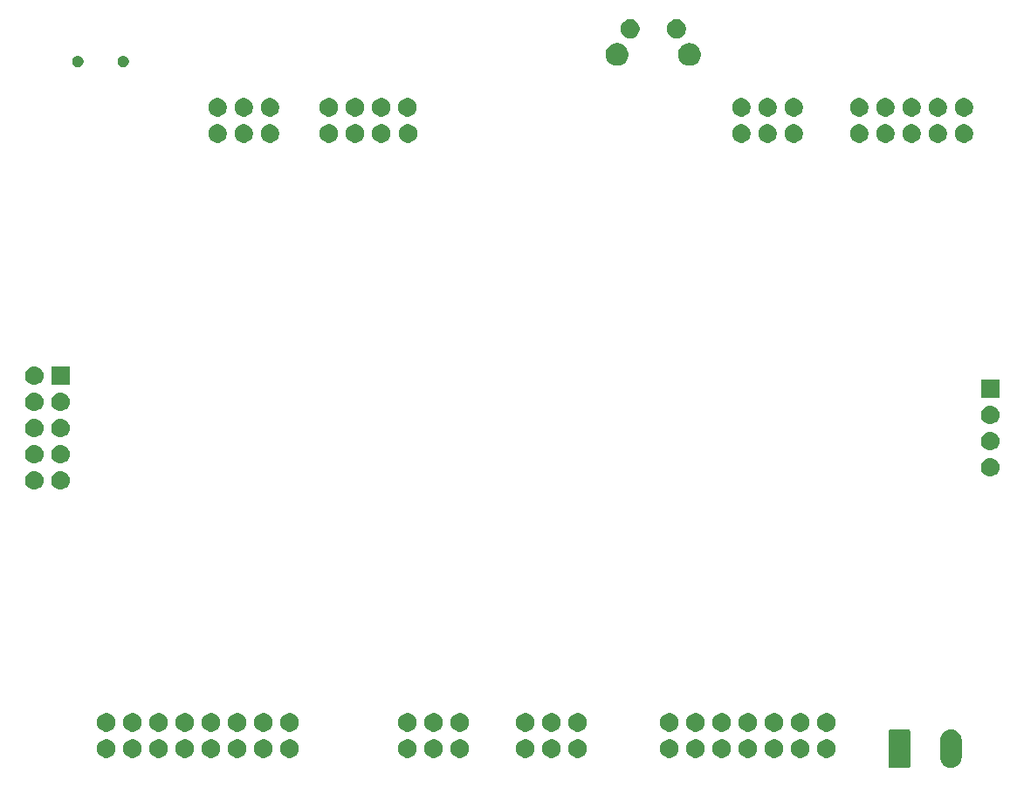
<source format=gbr>
G04 #@! TF.GenerationSoftware,KiCad,Pcbnew,(5.1.4)-1*
G04 #@! TF.CreationDate,2020-07-08T19:24:41+02:00*
G04 #@! TF.ProjectId,SBIO3,5342494f-332e-46b6-9963-61645f706362,rev?*
G04 #@! TF.SameCoordinates,Original*
G04 #@! TF.FileFunction,Soldermask,Bot*
G04 #@! TF.FilePolarity,Negative*
%FSLAX46Y46*%
G04 Gerber Fmt 4.6, Leading zero omitted, Abs format (unit mm)*
G04 Created by KiCad (PCBNEW (5.1.4)-1) date 2020-07-08 19:24:41*
%MOMM*%
%LPD*%
G04 APERTURE LIST*
%ADD10C,0.100000*%
G04 APERTURE END LIST*
D10*
G36*
X166576031Y-118814207D02*
G01*
X166774145Y-118874305D01*
X166774148Y-118874306D01*
X166828872Y-118903557D01*
X166956729Y-118971897D01*
X167116765Y-119103235D01*
X167248103Y-119263271D01*
X167248104Y-119263273D01*
X167345694Y-119445851D01*
X167345694Y-119445852D01*
X167345695Y-119445854D01*
X167405793Y-119643968D01*
X167421000Y-119798370D01*
X167421000Y-121501630D01*
X167405793Y-121656032D01*
X167345695Y-121854146D01*
X167345694Y-121854149D01*
X167293939Y-121950975D01*
X167248103Y-122036729D01*
X167116765Y-122196765D01*
X166956729Y-122328103D01*
X166887976Y-122364852D01*
X166774149Y-122425694D01*
X166774146Y-122425695D01*
X166576032Y-122485793D01*
X166370000Y-122506085D01*
X166163969Y-122485793D01*
X165965855Y-122425695D01*
X165965852Y-122425694D01*
X165852025Y-122364852D01*
X165783272Y-122328103D01*
X165623236Y-122196765D01*
X165491898Y-122036729D01*
X165457904Y-121973130D01*
X165394305Y-121854146D01*
X165334207Y-121656033D01*
X165319000Y-121501631D01*
X165319000Y-119798370D01*
X165334207Y-119643971D01*
X165334207Y-119643969D01*
X165394305Y-119445855D01*
X165394306Y-119445852D01*
X165429521Y-119379970D01*
X165491897Y-119263271D01*
X165623235Y-119103235D01*
X165783271Y-118971897D01*
X165888270Y-118915774D01*
X165965851Y-118874306D01*
X165965854Y-118874305D01*
X166163968Y-118814207D01*
X166370000Y-118793915D01*
X166576031Y-118814207D01*
X166576031Y-118814207D01*
G37*
G36*
X162284852Y-118802840D02*
G01*
X162316443Y-118812423D01*
X162345557Y-118827985D01*
X162371074Y-118848926D01*
X162392015Y-118874443D01*
X162407577Y-118903557D01*
X162417160Y-118935148D01*
X162421000Y-118974140D01*
X162421000Y-122325860D01*
X162417160Y-122364852D01*
X162407577Y-122396443D01*
X162392015Y-122425557D01*
X162371074Y-122451074D01*
X162345557Y-122472015D01*
X162316443Y-122487577D01*
X162284852Y-122497160D01*
X162245860Y-122501000D01*
X160494140Y-122501000D01*
X160455148Y-122497160D01*
X160423557Y-122487577D01*
X160394443Y-122472015D01*
X160368926Y-122451074D01*
X160347985Y-122425557D01*
X160332423Y-122396443D01*
X160322840Y-122364852D01*
X160319000Y-122325860D01*
X160319000Y-118974140D01*
X160322840Y-118935148D01*
X160332423Y-118903557D01*
X160347985Y-118874443D01*
X160368926Y-118848926D01*
X160394443Y-118827985D01*
X160423557Y-118812423D01*
X160455148Y-118802840D01*
X160494140Y-118799000D01*
X162245860Y-118799000D01*
X162284852Y-118802840D01*
X162284852Y-118802840D01*
G37*
G36*
X102348512Y-119753927D02*
G01*
X102497812Y-119783624D01*
X102661784Y-119851544D01*
X102809354Y-119950147D01*
X102934853Y-120075646D01*
X103033456Y-120223216D01*
X103101376Y-120387188D01*
X103136000Y-120561259D01*
X103136000Y-120738741D01*
X103101376Y-120912812D01*
X103033456Y-121076784D01*
X102934853Y-121224354D01*
X102809354Y-121349853D01*
X102661784Y-121448456D01*
X102497812Y-121516376D01*
X102348512Y-121546073D01*
X102323742Y-121551000D01*
X102146258Y-121551000D01*
X102121488Y-121546073D01*
X101972188Y-121516376D01*
X101808216Y-121448456D01*
X101660646Y-121349853D01*
X101535147Y-121224354D01*
X101436544Y-121076784D01*
X101368624Y-120912812D01*
X101334000Y-120738741D01*
X101334000Y-120561259D01*
X101368624Y-120387188D01*
X101436544Y-120223216D01*
X101535147Y-120075646D01*
X101660646Y-119950147D01*
X101808216Y-119851544D01*
X101972188Y-119783624D01*
X102121488Y-119753927D01*
X102146258Y-119749000D01*
X102323742Y-119749000D01*
X102348512Y-119753927D01*
X102348512Y-119753927D01*
G37*
G36*
X139178512Y-119753927D02*
G01*
X139327812Y-119783624D01*
X139491784Y-119851544D01*
X139639354Y-119950147D01*
X139764853Y-120075646D01*
X139863456Y-120223216D01*
X139931376Y-120387188D01*
X139966000Y-120561259D01*
X139966000Y-120738741D01*
X139931376Y-120912812D01*
X139863456Y-121076784D01*
X139764853Y-121224354D01*
X139639354Y-121349853D01*
X139491784Y-121448456D01*
X139327812Y-121516376D01*
X139178512Y-121546073D01*
X139153742Y-121551000D01*
X138976258Y-121551000D01*
X138951488Y-121546073D01*
X138802188Y-121516376D01*
X138638216Y-121448456D01*
X138490646Y-121349853D01*
X138365147Y-121224354D01*
X138266544Y-121076784D01*
X138198624Y-120912812D01*
X138164000Y-120738741D01*
X138164000Y-120561259D01*
X138198624Y-120387188D01*
X138266544Y-120223216D01*
X138365147Y-120075646D01*
X138490646Y-119950147D01*
X138638216Y-119851544D01*
X138802188Y-119783624D01*
X138951488Y-119753927D01*
X138976258Y-119749000D01*
X139153742Y-119749000D01*
X139178512Y-119753927D01*
X139178512Y-119753927D01*
G37*
G36*
X125208512Y-119753927D02*
G01*
X125357812Y-119783624D01*
X125521784Y-119851544D01*
X125669354Y-119950147D01*
X125794853Y-120075646D01*
X125893456Y-120223216D01*
X125961376Y-120387188D01*
X125996000Y-120561259D01*
X125996000Y-120738741D01*
X125961376Y-120912812D01*
X125893456Y-121076784D01*
X125794853Y-121224354D01*
X125669354Y-121349853D01*
X125521784Y-121448456D01*
X125357812Y-121516376D01*
X125208512Y-121546073D01*
X125183742Y-121551000D01*
X125006258Y-121551000D01*
X124981488Y-121546073D01*
X124832188Y-121516376D01*
X124668216Y-121448456D01*
X124520646Y-121349853D01*
X124395147Y-121224354D01*
X124296544Y-121076784D01*
X124228624Y-120912812D01*
X124194000Y-120738741D01*
X124194000Y-120561259D01*
X124228624Y-120387188D01*
X124296544Y-120223216D01*
X124395147Y-120075646D01*
X124520646Y-119950147D01*
X124668216Y-119851544D01*
X124832188Y-119783624D01*
X124981488Y-119753927D01*
X125006258Y-119749000D01*
X125183742Y-119749000D01*
X125208512Y-119753927D01*
X125208512Y-119753927D01*
G37*
G36*
X127748512Y-119753927D02*
G01*
X127897812Y-119783624D01*
X128061784Y-119851544D01*
X128209354Y-119950147D01*
X128334853Y-120075646D01*
X128433456Y-120223216D01*
X128501376Y-120387188D01*
X128536000Y-120561259D01*
X128536000Y-120738741D01*
X128501376Y-120912812D01*
X128433456Y-121076784D01*
X128334853Y-121224354D01*
X128209354Y-121349853D01*
X128061784Y-121448456D01*
X127897812Y-121516376D01*
X127748512Y-121546073D01*
X127723742Y-121551000D01*
X127546258Y-121551000D01*
X127521488Y-121546073D01*
X127372188Y-121516376D01*
X127208216Y-121448456D01*
X127060646Y-121349853D01*
X126935147Y-121224354D01*
X126836544Y-121076784D01*
X126768624Y-120912812D01*
X126734000Y-120738741D01*
X126734000Y-120561259D01*
X126768624Y-120387188D01*
X126836544Y-120223216D01*
X126935147Y-120075646D01*
X127060646Y-119950147D01*
X127208216Y-119851544D01*
X127372188Y-119783624D01*
X127521488Y-119753927D01*
X127546258Y-119749000D01*
X127723742Y-119749000D01*
X127748512Y-119753927D01*
X127748512Y-119753927D01*
G37*
G36*
X130288512Y-119753927D02*
G01*
X130437812Y-119783624D01*
X130601784Y-119851544D01*
X130749354Y-119950147D01*
X130874853Y-120075646D01*
X130973456Y-120223216D01*
X131041376Y-120387188D01*
X131076000Y-120561259D01*
X131076000Y-120738741D01*
X131041376Y-120912812D01*
X130973456Y-121076784D01*
X130874853Y-121224354D01*
X130749354Y-121349853D01*
X130601784Y-121448456D01*
X130437812Y-121516376D01*
X130288512Y-121546073D01*
X130263742Y-121551000D01*
X130086258Y-121551000D01*
X130061488Y-121546073D01*
X129912188Y-121516376D01*
X129748216Y-121448456D01*
X129600646Y-121349853D01*
X129475147Y-121224354D01*
X129376544Y-121076784D01*
X129308624Y-120912812D01*
X129274000Y-120738741D01*
X129274000Y-120561259D01*
X129308624Y-120387188D01*
X129376544Y-120223216D01*
X129475147Y-120075646D01*
X129600646Y-119950147D01*
X129748216Y-119851544D01*
X129912188Y-119783624D01*
X130061488Y-119753927D01*
X130086258Y-119749000D01*
X130263742Y-119749000D01*
X130288512Y-119753927D01*
X130288512Y-119753927D01*
G37*
G36*
X154418512Y-119753927D02*
G01*
X154567812Y-119783624D01*
X154731784Y-119851544D01*
X154879354Y-119950147D01*
X155004853Y-120075646D01*
X155103456Y-120223216D01*
X155171376Y-120387188D01*
X155206000Y-120561259D01*
X155206000Y-120738741D01*
X155171376Y-120912812D01*
X155103456Y-121076784D01*
X155004853Y-121224354D01*
X154879354Y-121349853D01*
X154731784Y-121448456D01*
X154567812Y-121516376D01*
X154418512Y-121546073D01*
X154393742Y-121551000D01*
X154216258Y-121551000D01*
X154191488Y-121546073D01*
X154042188Y-121516376D01*
X153878216Y-121448456D01*
X153730646Y-121349853D01*
X153605147Y-121224354D01*
X153506544Y-121076784D01*
X153438624Y-120912812D01*
X153404000Y-120738741D01*
X153404000Y-120561259D01*
X153438624Y-120387188D01*
X153506544Y-120223216D01*
X153605147Y-120075646D01*
X153730646Y-119950147D01*
X153878216Y-119851544D01*
X154042188Y-119783624D01*
X154191488Y-119753927D01*
X154216258Y-119749000D01*
X154393742Y-119749000D01*
X154418512Y-119753927D01*
X154418512Y-119753927D01*
G37*
G36*
X151878512Y-119753927D02*
G01*
X152027812Y-119783624D01*
X152191784Y-119851544D01*
X152339354Y-119950147D01*
X152464853Y-120075646D01*
X152563456Y-120223216D01*
X152631376Y-120387188D01*
X152666000Y-120561259D01*
X152666000Y-120738741D01*
X152631376Y-120912812D01*
X152563456Y-121076784D01*
X152464853Y-121224354D01*
X152339354Y-121349853D01*
X152191784Y-121448456D01*
X152027812Y-121516376D01*
X151878512Y-121546073D01*
X151853742Y-121551000D01*
X151676258Y-121551000D01*
X151651488Y-121546073D01*
X151502188Y-121516376D01*
X151338216Y-121448456D01*
X151190646Y-121349853D01*
X151065147Y-121224354D01*
X150966544Y-121076784D01*
X150898624Y-120912812D01*
X150864000Y-120738741D01*
X150864000Y-120561259D01*
X150898624Y-120387188D01*
X150966544Y-120223216D01*
X151065147Y-120075646D01*
X151190646Y-119950147D01*
X151338216Y-119851544D01*
X151502188Y-119783624D01*
X151651488Y-119753927D01*
X151676258Y-119749000D01*
X151853742Y-119749000D01*
X151878512Y-119753927D01*
X151878512Y-119753927D01*
G37*
G36*
X149338512Y-119753927D02*
G01*
X149487812Y-119783624D01*
X149651784Y-119851544D01*
X149799354Y-119950147D01*
X149924853Y-120075646D01*
X150023456Y-120223216D01*
X150091376Y-120387188D01*
X150126000Y-120561259D01*
X150126000Y-120738741D01*
X150091376Y-120912812D01*
X150023456Y-121076784D01*
X149924853Y-121224354D01*
X149799354Y-121349853D01*
X149651784Y-121448456D01*
X149487812Y-121516376D01*
X149338512Y-121546073D01*
X149313742Y-121551000D01*
X149136258Y-121551000D01*
X149111488Y-121546073D01*
X148962188Y-121516376D01*
X148798216Y-121448456D01*
X148650646Y-121349853D01*
X148525147Y-121224354D01*
X148426544Y-121076784D01*
X148358624Y-120912812D01*
X148324000Y-120738741D01*
X148324000Y-120561259D01*
X148358624Y-120387188D01*
X148426544Y-120223216D01*
X148525147Y-120075646D01*
X148650646Y-119950147D01*
X148798216Y-119851544D01*
X148962188Y-119783624D01*
X149111488Y-119753927D01*
X149136258Y-119749000D01*
X149313742Y-119749000D01*
X149338512Y-119753927D01*
X149338512Y-119753927D01*
G37*
G36*
X146798512Y-119753927D02*
G01*
X146947812Y-119783624D01*
X147111784Y-119851544D01*
X147259354Y-119950147D01*
X147384853Y-120075646D01*
X147483456Y-120223216D01*
X147551376Y-120387188D01*
X147586000Y-120561259D01*
X147586000Y-120738741D01*
X147551376Y-120912812D01*
X147483456Y-121076784D01*
X147384853Y-121224354D01*
X147259354Y-121349853D01*
X147111784Y-121448456D01*
X146947812Y-121516376D01*
X146798512Y-121546073D01*
X146773742Y-121551000D01*
X146596258Y-121551000D01*
X146571488Y-121546073D01*
X146422188Y-121516376D01*
X146258216Y-121448456D01*
X146110646Y-121349853D01*
X145985147Y-121224354D01*
X145886544Y-121076784D01*
X145818624Y-120912812D01*
X145784000Y-120738741D01*
X145784000Y-120561259D01*
X145818624Y-120387188D01*
X145886544Y-120223216D01*
X145985147Y-120075646D01*
X146110646Y-119950147D01*
X146258216Y-119851544D01*
X146422188Y-119783624D01*
X146571488Y-119753927D01*
X146596258Y-119749000D01*
X146773742Y-119749000D01*
X146798512Y-119753927D01*
X146798512Y-119753927D01*
G37*
G36*
X144258512Y-119753927D02*
G01*
X144407812Y-119783624D01*
X144571784Y-119851544D01*
X144719354Y-119950147D01*
X144844853Y-120075646D01*
X144943456Y-120223216D01*
X145011376Y-120387188D01*
X145046000Y-120561259D01*
X145046000Y-120738741D01*
X145011376Y-120912812D01*
X144943456Y-121076784D01*
X144844853Y-121224354D01*
X144719354Y-121349853D01*
X144571784Y-121448456D01*
X144407812Y-121516376D01*
X144258512Y-121546073D01*
X144233742Y-121551000D01*
X144056258Y-121551000D01*
X144031488Y-121546073D01*
X143882188Y-121516376D01*
X143718216Y-121448456D01*
X143570646Y-121349853D01*
X143445147Y-121224354D01*
X143346544Y-121076784D01*
X143278624Y-120912812D01*
X143244000Y-120738741D01*
X143244000Y-120561259D01*
X143278624Y-120387188D01*
X143346544Y-120223216D01*
X143445147Y-120075646D01*
X143570646Y-119950147D01*
X143718216Y-119851544D01*
X143882188Y-119783624D01*
X144031488Y-119753927D01*
X144056258Y-119749000D01*
X144233742Y-119749000D01*
X144258512Y-119753927D01*
X144258512Y-119753927D01*
G37*
G36*
X141718512Y-119753927D02*
G01*
X141867812Y-119783624D01*
X142031784Y-119851544D01*
X142179354Y-119950147D01*
X142304853Y-120075646D01*
X142403456Y-120223216D01*
X142471376Y-120387188D01*
X142506000Y-120561259D01*
X142506000Y-120738741D01*
X142471376Y-120912812D01*
X142403456Y-121076784D01*
X142304853Y-121224354D01*
X142179354Y-121349853D01*
X142031784Y-121448456D01*
X141867812Y-121516376D01*
X141718512Y-121546073D01*
X141693742Y-121551000D01*
X141516258Y-121551000D01*
X141491488Y-121546073D01*
X141342188Y-121516376D01*
X141178216Y-121448456D01*
X141030646Y-121349853D01*
X140905147Y-121224354D01*
X140806544Y-121076784D01*
X140738624Y-120912812D01*
X140704000Y-120738741D01*
X140704000Y-120561259D01*
X140738624Y-120387188D01*
X140806544Y-120223216D01*
X140905147Y-120075646D01*
X141030646Y-119950147D01*
X141178216Y-119851544D01*
X141342188Y-119783624D01*
X141491488Y-119753927D01*
X141516258Y-119749000D01*
X141693742Y-119749000D01*
X141718512Y-119753927D01*
X141718512Y-119753927D01*
G37*
G36*
X116318512Y-119753927D02*
G01*
X116467812Y-119783624D01*
X116631784Y-119851544D01*
X116779354Y-119950147D01*
X116904853Y-120075646D01*
X117003456Y-120223216D01*
X117071376Y-120387188D01*
X117106000Y-120561259D01*
X117106000Y-120738741D01*
X117071376Y-120912812D01*
X117003456Y-121076784D01*
X116904853Y-121224354D01*
X116779354Y-121349853D01*
X116631784Y-121448456D01*
X116467812Y-121516376D01*
X116318512Y-121546073D01*
X116293742Y-121551000D01*
X116116258Y-121551000D01*
X116091488Y-121546073D01*
X115942188Y-121516376D01*
X115778216Y-121448456D01*
X115630646Y-121349853D01*
X115505147Y-121224354D01*
X115406544Y-121076784D01*
X115338624Y-120912812D01*
X115304000Y-120738741D01*
X115304000Y-120561259D01*
X115338624Y-120387188D01*
X115406544Y-120223216D01*
X115505147Y-120075646D01*
X115630646Y-119950147D01*
X115778216Y-119851544D01*
X115942188Y-119783624D01*
X116091488Y-119753927D01*
X116116258Y-119749000D01*
X116293742Y-119749000D01*
X116318512Y-119753927D01*
X116318512Y-119753927D01*
G37*
G36*
X113778512Y-119753927D02*
G01*
X113927812Y-119783624D01*
X114091784Y-119851544D01*
X114239354Y-119950147D01*
X114364853Y-120075646D01*
X114463456Y-120223216D01*
X114531376Y-120387188D01*
X114566000Y-120561259D01*
X114566000Y-120738741D01*
X114531376Y-120912812D01*
X114463456Y-121076784D01*
X114364853Y-121224354D01*
X114239354Y-121349853D01*
X114091784Y-121448456D01*
X113927812Y-121516376D01*
X113778512Y-121546073D01*
X113753742Y-121551000D01*
X113576258Y-121551000D01*
X113551488Y-121546073D01*
X113402188Y-121516376D01*
X113238216Y-121448456D01*
X113090646Y-121349853D01*
X112965147Y-121224354D01*
X112866544Y-121076784D01*
X112798624Y-120912812D01*
X112764000Y-120738741D01*
X112764000Y-120561259D01*
X112798624Y-120387188D01*
X112866544Y-120223216D01*
X112965147Y-120075646D01*
X113090646Y-119950147D01*
X113238216Y-119851544D01*
X113402188Y-119783624D01*
X113551488Y-119753927D01*
X113576258Y-119749000D01*
X113753742Y-119749000D01*
X113778512Y-119753927D01*
X113778512Y-119753927D01*
G37*
G36*
X99808512Y-119753927D02*
G01*
X99957812Y-119783624D01*
X100121784Y-119851544D01*
X100269354Y-119950147D01*
X100394853Y-120075646D01*
X100493456Y-120223216D01*
X100561376Y-120387188D01*
X100596000Y-120561259D01*
X100596000Y-120738741D01*
X100561376Y-120912812D01*
X100493456Y-121076784D01*
X100394853Y-121224354D01*
X100269354Y-121349853D01*
X100121784Y-121448456D01*
X99957812Y-121516376D01*
X99808512Y-121546073D01*
X99783742Y-121551000D01*
X99606258Y-121551000D01*
X99581488Y-121546073D01*
X99432188Y-121516376D01*
X99268216Y-121448456D01*
X99120646Y-121349853D01*
X98995147Y-121224354D01*
X98896544Y-121076784D01*
X98828624Y-120912812D01*
X98794000Y-120738741D01*
X98794000Y-120561259D01*
X98828624Y-120387188D01*
X98896544Y-120223216D01*
X98995147Y-120075646D01*
X99120646Y-119950147D01*
X99268216Y-119851544D01*
X99432188Y-119783624D01*
X99581488Y-119753927D01*
X99606258Y-119749000D01*
X99783742Y-119749000D01*
X99808512Y-119753927D01*
X99808512Y-119753927D01*
G37*
G36*
X97268512Y-119753927D02*
G01*
X97417812Y-119783624D01*
X97581784Y-119851544D01*
X97729354Y-119950147D01*
X97854853Y-120075646D01*
X97953456Y-120223216D01*
X98021376Y-120387188D01*
X98056000Y-120561259D01*
X98056000Y-120738741D01*
X98021376Y-120912812D01*
X97953456Y-121076784D01*
X97854853Y-121224354D01*
X97729354Y-121349853D01*
X97581784Y-121448456D01*
X97417812Y-121516376D01*
X97268512Y-121546073D01*
X97243742Y-121551000D01*
X97066258Y-121551000D01*
X97041488Y-121546073D01*
X96892188Y-121516376D01*
X96728216Y-121448456D01*
X96580646Y-121349853D01*
X96455147Y-121224354D01*
X96356544Y-121076784D01*
X96288624Y-120912812D01*
X96254000Y-120738741D01*
X96254000Y-120561259D01*
X96288624Y-120387188D01*
X96356544Y-120223216D01*
X96455147Y-120075646D01*
X96580646Y-119950147D01*
X96728216Y-119851544D01*
X96892188Y-119783624D01*
X97041488Y-119753927D01*
X97066258Y-119749000D01*
X97243742Y-119749000D01*
X97268512Y-119753927D01*
X97268512Y-119753927D01*
G37*
G36*
X94728512Y-119753927D02*
G01*
X94877812Y-119783624D01*
X95041784Y-119851544D01*
X95189354Y-119950147D01*
X95314853Y-120075646D01*
X95413456Y-120223216D01*
X95481376Y-120387188D01*
X95516000Y-120561259D01*
X95516000Y-120738741D01*
X95481376Y-120912812D01*
X95413456Y-121076784D01*
X95314853Y-121224354D01*
X95189354Y-121349853D01*
X95041784Y-121448456D01*
X94877812Y-121516376D01*
X94728512Y-121546073D01*
X94703742Y-121551000D01*
X94526258Y-121551000D01*
X94501488Y-121546073D01*
X94352188Y-121516376D01*
X94188216Y-121448456D01*
X94040646Y-121349853D01*
X93915147Y-121224354D01*
X93816544Y-121076784D01*
X93748624Y-120912812D01*
X93714000Y-120738741D01*
X93714000Y-120561259D01*
X93748624Y-120387188D01*
X93816544Y-120223216D01*
X93915147Y-120075646D01*
X94040646Y-119950147D01*
X94188216Y-119851544D01*
X94352188Y-119783624D01*
X94501488Y-119753927D01*
X94526258Y-119749000D01*
X94703742Y-119749000D01*
X94728512Y-119753927D01*
X94728512Y-119753927D01*
G37*
G36*
X92188512Y-119753927D02*
G01*
X92337812Y-119783624D01*
X92501784Y-119851544D01*
X92649354Y-119950147D01*
X92774853Y-120075646D01*
X92873456Y-120223216D01*
X92941376Y-120387188D01*
X92976000Y-120561259D01*
X92976000Y-120738741D01*
X92941376Y-120912812D01*
X92873456Y-121076784D01*
X92774853Y-121224354D01*
X92649354Y-121349853D01*
X92501784Y-121448456D01*
X92337812Y-121516376D01*
X92188512Y-121546073D01*
X92163742Y-121551000D01*
X91986258Y-121551000D01*
X91961488Y-121546073D01*
X91812188Y-121516376D01*
X91648216Y-121448456D01*
X91500646Y-121349853D01*
X91375147Y-121224354D01*
X91276544Y-121076784D01*
X91208624Y-120912812D01*
X91174000Y-120738741D01*
X91174000Y-120561259D01*
X91208624Y-120387188D01*
X91276544Y-120223216D01*
X91375147Y-120075646D01*
X91500646Y-119950147D01*
X91648216Y-119851544D01*
X91812188Y-119783624D01*
X91961488Y-119753927D01*
X91986258Y-119749000D01*
X92163742Y-119749000D01*
X92188512Y-119753927D01*
X92188512Y-119753927D01*
G37*
G36*
X89648512Y-119753927D02*
G01*
X89797812Y-119783624D01*
X89961784Y-119851544D01*
X90109354Y-119950147D01*
X90234853Y-120075646D01*
X90333456Y-120223216D01*
X90401376Y-120387188D01*
X90436000Y-120561259D01*
X90436000Y-120738741D01*
X90401376Y-120912812D01*
X90333456Y-121076784D01*
X90234853Y-121224354D01*
X90109354Y-121349853D01*
X89961784Y-121448456D01*
X89797812Y-121516376D01*
X89648512Y-121546073D01*
X89623742Y-121551000D01*
X89446258Y-121551000D01*
X89421488Y-121546073D01*
X89272188Y-121516376D01*
X89108216Y-121448456D01*
X88960646Y-121349853D01*
X88835147Y-121224354D01*
X88736544Y-121076784D01*
X88668624Y-120912812D01*
X88634000Y-120738741D01*
X88634000Y-120561259D01*
X88668624Y-120387188D01*
X88736544Y-120223216D01*
X88835147Y-120075646D01*
X88960646Y-119950147D01*
X89108216Y-119851544D01*
X89272188Y-119783624D01*
X89421488Y-119753927D01*
X89446258Y-119749000D01*
X89623742Y-119749000D01*
X89648512Y-119753927D01*
X89648512Y-119753927D01*
G37*
G36*
X87108512Y-119753927D02*
G01*
X87257812Y-119783624D01*
X87421784Y-119851544D01*
X87569354Y-119950147D01*
X87694853Y-120075646D01*
X87793456Y-120223216D01*
X87861376Y-120387188D01*
X87896000Y-120561259D01*
X87896000Y-120738741D01*
X87861376Y-120912812D01*
X87793456Y-121076784D01*
X87694853Y-121224354D01*
X87569354Y-121349853D01*
X87421784Y-121448456D01*
X87257812Y-121516376D01*
X87108512Y-121546073D01*
X87083742Y-121551000D01*
X86906258Y-121551000D01*
X86881488Y-121546073D01*
X86732188Y-121516376D01*
X86568216Y-121448456D01*
X86420646Y-121349853D01*
X86295147Y-121224354D01*
X86196544Y-121076784D01*
X86128624Y-120912812D01*
X86094000Y-120738741D01*
X86094000Y-120561259D01*
X86128624Y-120387188D01*
X86196544Y-120223216D01*
X86295147Y-120075646D01*
X86420646Y-119950147D01*
X86568216Y-119851544D01*
X86732188Y-119783624D01*
X86881488Y-119753927D01*
X86906258Y-119749000D01*
X87083742Y-119749000D01*
X87108512Y-119753927D01*
X87108512Y-119753927D01*
G37*
G36*
X84568512Y-119753927D02*
G01*
X84717812Y-119783624D01*
X84881784Y-119851544D01*
X85029354Y-119950147D01*
X85154853Y-120075646D01*
X85253456Y-120223216D01*
X85321376Y-120387188D01*
X85356000Y-120561259D01*
X85356000Y-120738741D01*
X85321376Y-120912812D01*
X85253456Y-121076784D01*
X85154853Y-121224354D01*
X85029354Y-121349853D01*
X84881784Y-121448456D01*
X84717812Y-121516376D01*
X84568512Y-121546073D01*
X84543742Y-121551000D01*
X84366258Y-121551000D01*
X84341488Y-121546073D01*
X84192188Y-121516376D01*
X84028216Y-121448456D01*
X83880646Y-121349853D01*
X83755147Y-121224354D01*
X83656544Y-121076784D01*
X83588624Y-120912812D01*
X83554000Y-120738741D01*
X83554000Y-120561259D01*
X83588624Y-120387188D01*
X83656544Y-120223216D01*
X83755147Y-120075646D01*
X83880646Y-119950147D01*
X84028216Y-119851544D01*
X84192188Y-119783624D01*
X84341488Y-119753927D01*
X84366258Y-119749000D01*
X84543742Y-119749000D01*
X84568512Y-119753927D01*
X84568512Y-119753927D01*
G37*
G36*
X118858512Y-119753927D02*
G01*
X119007812Y-119783624D01*
X119171784Y-119851544D01*
X119319354Y-119950147D01*
X119444853Y-120075646D01*
X119543456Y-120223216D01*
X119611376Y-120387188D01*
X119646000Y-120561259D01*
X119646000Y-120738741D01*
X119611376Y-120912812D01*
X119543456Y-121076784D01*
X119444853Y-121224354D01*
X119319354Y-121349853D01*
X119171784Y-121448456D01*
X119007812Y-121516376D01*
X118858512Y-121546073D01*
X118833742Y-121551000D01*
X118656258Y-121551000D01*
X118631488Y-121546073D01*
X118482188Y-121516376D01*
X118318216Y-121448456D01*
X118170646Y-121349853D01*
X118045147Y-121224354D01*
X117946544Y-121076784D01*
X117878624Y-120912812D01*
X117844000Y-120738741D01*
X117844000Y-120561259D01*
X117878624Y-120387188D01*
X117946544Y-120223216D01*
X118045147Y-120075646D01*
X118170646Y-119950147D01*
X118318216Y-119851544D01*
X118482188Y-119783624D01*
X118631488Y-119753927D01*
X118656258Y-119749000D01*
X118833742Y-119749000D01*
X118858512Y-119753927D01*
X118858512Y-119753927D01*
G37*
G36*
X94728512Y-117213927D02*
G01*
X94877812Y-117243624D01*
X95041784Y-117311544D01*
X95189354Y-117410147D01*
X95314853Y-117535646D01*
X95413456Y-117683216D01*
X95481376Y-117847188D01*
X95516000Y-118021259D01*
X95516000Y-118198741D01*
X95481376Y-118372812D01*
X95413456Y-118536784D01*
X95314853Y-118684354D01*
X95189354Y-118809853D01*
X95041784Y-118908456D01*
X94877812Y-118976376D01*
X94728512Y-119006073D01*
X94703742Y-119011000D01*
X94526258Y-119011000D01*
X94501488Y-119006073D01*
X94352188Y-118976376D01*
X94188216Y-118908456D01*
X94040646Y-118809853D01*
X93915147Y-118684354D01*
X93816544Y-118536784D01*
X93748624Y-118372812D01*
X93714000Y-118198741D01*
X93714000Y-118021259D01*
X93748624Y-117847188D01*
X93816544Y-117683216D01*
X93915147Y-117535646D01*
X94040646Y-117410147D01*
X94188216Y-117311544D01*
X94352188Y-117243624D01*
X94501488Y-117213927D01*
X94526258Y-117209000D01*
X94703742Y-117209000D01*
X94728512Y-117213927D01*
X94728512Y-117213927D01*
G37*
G36*
X92188512Y-117213927D02*
G01*
X92337812Y-117243624D01*
X92501784Y-117311544D01*
X92649354Y-117410147D01*
X92774853Y-117535646D01*
X92873456Y-117683216D01*
X92941376Y-117847188D01*
X92976000Y-118021259D01*
X92976000Y-118198741D01*
X92941376Y-118372812D01*
X92873456Y-118536784D01*
X92774853Y-118684354D01*
X92649354Y-118809853D01*
X92501784Y-118908456D01*
X92337812Y-118976376D01*
X92188512Y-119006073D01*
X92163742Y-119011000D01*
X91986258Y-119011000D01*
X91961488Y-119006073D01*
X91812188Y-118976376D01*
X91648216Y-118908456D01*
X91500646Y-118809853D01*
X91375147Y-118684354D01*
X91276544Y-118536784D01*
X91208624Y-118372812D01*
X91174000Y-118198741D01*
X91174000Y-118021259D01*
X91208624Y-117847188D01*
X91276544Y-117683216D01*
X91375147Y-117535646D01*
X91500646Y-117410147D01*
X91648216Y-117311544D01*
X91812188Y-117243624D01*
X91961488Y-117213927D01*
X91986258Y-117209000D01*
X92163742Y-117209000D01*
X92188512Y-117213927D01*
X92188512Y-117213927D01*
G37*
G36*
X89648512Y-117213927D02*
G01*
X89797812Y-117243624D01*
X89961784Y-117311544D01*
X90109354Y-117410147D01*
X90234853Y-117535646D01*
X90333456Y-117683216D01*
X90401376Y-117847188D01*
X90436000Y-118021259D01*
X90436000Y-118198741D01*
X90401376Y-118372812D01*
X90333456Y-118536784D01*
X90234853Y-118684354D01*
X90109354Y-118809853D01*
X89961784Y-118908456D01*
X89797812Y-118976376D01*
X89648512Y-119006073D01*
X89623742Y-119011000D01*
X89446258Y-119011000D01*
X89421488Y-119006073D01*
X89272188Y-118976376D01*
X89108216Y-118908456D01*
X88960646Y-118809853D01*
X88835147Y-118684354D01*
X88736544Y-118536784D01*
X88668624Y-118372812D01*
X88634000Y-118198741D01*
X88634000Y-118021259D01*
X88668624Y-117847188D01*
X88736544Y-117683216D01*
X88835147Y-117535646D01*
X88960646Y-117410147D01*
X89108216Y-117311544D01*
X89272188Y-117243624D01*
X89421488Y-117213927D01*
X89446258Y-117209000D01*
X89623742Y-117209000D01*
X89648512Y-117213927D01*
X89648512Y-117213927D01*
G37*
G36*
X87108512Y-117213927D02*
G01*
X87257812Y-117243624D01*
X87421784Y-117311544D01*
X87569354Y-117410147D01*
X87694853Y-117535646D01*
X87793456Y-117683216D01*
X87861376Y-117847188D01*
X87896000Y-118021259D01*
X87896000Y-118198741D01*
X87861376Y-118372812D01*
X87793456Y-118536784D01*
X87694853Y-118684354D01*
X87569354Y-118809853D01*
X87421784Y-118908456D01*
X87257812Y-118976376D01*
X87108512Y-119006073D01*
X87083742Y-119011000D01*
X86906258Y-119011000D01*
X86881488Y-119006073D01*
X86732188Y-118976376D01*
X86568216Y-118908456D01*
X86420646Y-118809853D01*
X86295147Y-118684354D01*
X86196544Y-118536784D01*
X86128624Y-118372812D01*
X86094000Y-118198741D01*
X86094000Y-118021259D01*
X86128624Y-117847188D01*
X86196544Y-117683216D01*
X86295147Y-117535646D01*
X86420646Y-117410147D01*
X86568216Y-117311544D01*
X86732188Y-117243624D01*
X86881488Y-117213927D01*
X86906258Y-117209000D01*
X87083742Y-117209000D01*
X87108512Y-117213927D01*
X87108512Y-117213927D01*
G37*
G36*
X84568512Y-117213927D02*
G01*
X84717812Y-117243624D01*
X84881784Y-117311544D01*
X85029354Y-117410147D01*
X85154853Y-117535646D01*
X85253456Y-117683216D01*
X85321376Y-117847188D01*
X85356000Y-118021259D01*
X85356000Y-118198741D01*
X85321376Y-118372812D01*
X85253456Y-118536784D01*
X85154853Y-118684354D01*
X85029354Y-118809853D01*
X84881784Y-118908456D01*
X84717812Y-118976376D01*
X84568512Y-119006073D01*
X84543742Y-119011000D01*
X84366258Y-119011000D01*
X84341488Y-119006073D01*
X84192188Y-118976376D01*
X84028216Y-118908456D01*
X83880646Y-118809853D01*
X83755147Y-118684354D01*
X83656544Y-118536784D01*
X83588624Y-118372812D01*
X83554000Y-118198741D01*
X83554000Y-118021259D01*
X83588624Y-117847188D01*
X83656544Y-117683216D01*
X83755147Y-117535646D01*
X83880646Y-117410147D01*
X84028216Y-117311544D01*
X84192188Y-117243624D01*
X84341488Y-117213927D01*
X84366258Y-117209000D01*
X84543742Y-117209000D01*
X84568512Y-117213927D01*
X84568512Y-117213927D01*
G37*
G36*
X113778512Y-117213927D02*
G01*
X113927812Y-117243624D01*
X114091784Y-117311544D01*
X114239354Y-117410147D01*
X114364853Y-117535646D01*
X114463456Y-117683216D01*
X114531376Y-117847188D01*
X114566000Y-118021259D01*
X114566000Y-118198741D01*
X114531376Y-118372812D01*
X114463456Y-118536784D01*
X114364853Y-118684354D01*
X114239354Y-118809853D01*
X114091784Y-118908456D01*
X113927812Y-118976376D01*
X113778512Y-119006073D01*
X113753742Y-119011000D01*
X113576258Y-119011000D01*
X113551488Y-119006073D01*
X113402188Y-118976376D01*
X113238216Y-118908456D01*
X113090646Y-118809853D01*
X112965147Y-118684354D01*
X112866544Y-118536784D01*
X112798624Y-118372812D01*
X112764000Y-118198741D01*
X112764000Y-118021259D01*
X112798624Y-117847188D01*
X112866544Y-117683216D01*
X112965147Y-117535646D01*
X113090646Y-117410147D01*
X113238216Y-117311544D01*
X113402188Y-117243624D01*
X113551488Y-117213927D01*
X113576258Y-117209000D01*
X113753742Y-117209000D01*
X113778512Y-117213927D01*
X113778512Y-117213927D01*
G37*
G36*
X125208512Y-117213927D02*
G01*
X125357812Y-117243624D01*
X125521784Y-117311544D01*
X125669354Y-117410147D01*
X125794853Y-117535646D01*
X125893456Y-117683216D01*
X125961376Y-117847188D01*
X125996000Y-118021259D01*
X125996000Y-118198741D01*
X125961376Y-118372812D01*
X125893456Y-118536784D01*
X125794853Y-118684354D01*
X125669354Y-118809853D01*
X125521784Y-118908456D01*
X125357812Y-118976376D01*
X125208512Y-119006073D01*
X125183742Y-119011000D01*
X125006258Y-119011000D01*
X124981488Y-119006073D01*
X124832188Y-118976376D01*
X124668216Y-118908456D01*
X124520646Y-118809853D01*
X124395147Y-118684354D01*
X124296544Y-118536784D01*
X124228624Y-118372812D01*
X124194000Y-118198741D01*
X124194000Y-118021259D01*
X124228624Y-117847188D01*
X124296544Y-117683216D01*
X124395147Y-117535646D01*
X124520646Y-117410147D01*
X124668216Y-117311544D01*
X124832188Y-117243624D01*
X124981488Y-117213927D01*
X125006258Y-117209000D01*
X125183742Y-117209000D01*
X125208512Y-117213927D01*
X125208512Y-117213927D01*
G37*
G36*
X116318512Y-117213927D02*
G01*
X116467812Y-117243624D01*
X116631784Y-117311544D01*
X116779354Y-117410147D01*
X116904853Y-117535646D01*
X117003456Y-117683216D01*
X117071376Y-117847188D01*
X117106000Y-118021259D01*
X117106000Y-118198741D01*
X117071376Y-118372812D01*
X117003456Y-118536784D01*
X116904853Y-118684354D01*
X116779354Y-118809853D01*
X116631784Y-118908456D01*
X116467812Y-118976376D01*
X116318512Y-119006073D01*
X116293742Y-119011000D01*
X116116258Y-119011000D01*
X116091488Y-119006073D01*
X115942188Y-118976376D01*
X115778216Y-118908456D01*
X115630646Y-118809853D01*
X115505147Y-118684354D01*
X115406544Y-118536784D01*
X115338624Y-118372812D01*
X115304000Y-118198741D01*
X115304000Y-118021259D01*
X115338624Y-117847188D01*
X115406544Y-117683216D01*
X115505147Y-117535646D01*
X115630646Y-117410147D01*
X115778216Y-117311544D01*
X115942188Y-117243624D01*
X116091488Y-117213927D01*
X116116258Y-117209000D01*
X116293742Y-117209000D01*
X116318512Y-117213927D01*
X116318512Y-117213927D01*
G37*
G36*
X154418512Y-117213927D02*
G01*
X154567812Y-117243624D01*
X154731784Y-117311544D01*
X154879354Y-117410147D01*
X155004853Y-117535646D01*
X155103456Y-117683216D01*
X155171376Y-117847188D01*
X155206000Y-118021259D01*
X155206000Y-118198741D01*
X155171376Y-118372812D01*
X155103456Y-118536784D01*
X155004853Y-118684354D01*
X154879354Y-118809853D01*
X154731784Y-118908456D01*
X154567812Y-118976376D01*
X154418512Y-119006073D01*
X154393742Y-119011000D01*
X154216258Y-119011000D01*
X154191488Y-119006073D01*
X154042188Y-118976376D01*
X153878216Y-118908456D01*
X153730646Y-118809853D01*
X153605147Y-118684354D01*
X153506544Y-118536784D01*
X153438624Y-118372812D01*
X153404000Y-118198741D01*
X153404000Y-118021259D01*
X153438624Y-117847188D01*
X153506544Y-117683216D01*
X153605147Y-117535646D01*
X153730646Y-117410147D01*
X153878216Y-117311544D01*
X154042188Y-117243624D01*
X154191488Y-117213927D01*
X154216258Y-117209000D01*
X154393742Y-117209000D01*
X154418512Y-117213927D01*
X154418512Y-117213927D01*
G37*
G36*
X118858512Y-117213927D02*
G01*
X119007812Y-117243624D01*
X119171784Y-117311544D01*
X119319354Y-117410147D01*
X119444853Y-117535646D01*
X119543456Y-117683216D01*
X119611376Y-117847188D01*
X119646000Y-118021259D01*
X119646000Y-118198741D01*
X119611376Y-118372812D01*
X119543456Y-118536784D01*
X119444853Y-118684354D01*
X119319354Y-118809853D01*
X119171784Y-118908456D01*
X119007812Y-118976376D01*
X118858512Y-119006073D01*
X118833742Y-119011000D01*
X118656258Y-119011000D01*
X118631488Y-119006073D01*
X118482188Y-118976376D01*
X118318216Y-118908456D01*
X118170646Y-118809853D01*
X118045147Y-118684354D01*
X117946544Y-118536784D01*
X117878624Y-118372812D01*
X117844000Y-118198741D01*
X117844000Y-118021259D01*
X117878624Y-117847188D01*
X117946544Y-117683216D01*
X118045147Y-117535646D01*
X118170646Y-117410147D01*
X118318216Y-117311544D01*
X118482188Y-117243624D01*
X118631488Y-117213927D01*
X118656258Y-117209000D01*
X118833742Y-117209000D01*
X118858512Y-117213927D01*
X118858512Y-117213927D01*
G37*
G36*
X127748512Y-117213927D02*
G01*
X127897812Y-117243624D01*
X128061784Y-117311544D01*
X128209354Y-117410147D01*
X128334853Y-117535646D01*
X128433456Y-117683216D01*
X128501376Y-117847188D01*
X128536000Y-118021259D01*
X128536000Y-118198741D01*
X128501376Y-118372812D01*
X128433456Y-118536784D01*
X128334853Y-118684354D01*
X128209354Y-118809853D01*
X128061784Y-118908456D01*
X127897812Y-118976376D01*
X127748512Y-119006073D01*
X127723742Y-119011000D01*
X127546258Y-119011000D01*
X127521488Y-119006073D01*
X127372188Y-118976376D01*
X127208216Y-118908456D01*
X127060646Y-118809853D01*
X126935147Y-118684354D01*
X126836544Y-118536784D01*
X126768624Y-118372812D01*
X126734000Y-118198741D01*
X126734000Y-118021259D01*
X126768624Y-117847188D01*
X126836544Y-117683216D01*
X126935147Y-117535646D01*
X127060646Y-117410147D01*
X127208216Y-117311544D01*
X127372188Y-117243624D01*
X127521488Y-117213927D01*
X127546258Y-117209000D01*
X127723742Y-117209000D01*
X127748512Y-117213927D01*
X127748512Y-117213927D01*
G37*
G36*
X97268512Y-117213927D02*
G01*
X97417812Y-117243624D01*
X97581784Y-117311544D01*
X97729354Y-117410147D01*
X97854853Y-117535646D01*
X97953456Y-117683216D01*
X98021376Y-117847188D01*
X98056000Y-118021259D01*
X98056000Y-118198741D01*
X98021376Y-118372812D01*
X97953456Y-118536784D01*
X97854853Y-118684354D01*
X97729354Y-118809853D01*
X97581784Y-118908456D01*
X97417812Y-118976376D01*
X97268512Y-119006073D01*
X97243742Y-119011000D01*
X97066258Y-119011000D01*
X97041488Y-119006073D01*
X96892188Y-118976376D01*
X96728216Y-118908456D01*
X96580646Y-118809853D01*
X96455147Y-118684354D01*
X96356544Y-118536784D01*
X96288624Y-118372812D01*
X96254000Y-118198741D01*
X96254000Y-118021259D01*
X96288624Y-117847188D01*
X96356544Y-117683216D01*
X96455147Y-117535646D01*
X96580646Y-117410147D01*
X96728216Y-117311544D01*
X96892188Y-117243624D01*
X97041488Y-117213927D01*
X97066258Y-117209000D01*
X97243742Y-117209000D01*
X97268512Y-117213927D01*
X97268512Y-117213927D01*
G37*
G36*
X99808512Y-117213927D02*
G01*
X99957812Y-117243624D01*
X100121784Y-117311544D01*
X100269354Y-117410147D01*
X100394853Y-117535646D01*
X100493456Y-117683216D01*
X100561376Y-117847188D01*
X100596000Y-118021259D01*
X100596000Y-118198741D01*
X100561376Y-118372812D01*
X100493456Y-118536784D01*
X100394853Y-118684354D01*
X100269354Y-118809853D01*
X100121784Y-118908456D01*
X99957812Y-118976376D01*
X99808512Y-119006073D01*
X99783742Y-119011000D01*
X99606258Y-119011000D01*
X99581488Y-119006073D01*
X99432188Y-118976376D01*
X99268216Y-118908456D01*
X99120646Y-118809853D01*
X98995147Y-118684354D01*
X98896544Y-118536784D01*
X98828624Y-118372812D01*
X98794000Y-118198741D01*
X98794000Y-118021259D01*
X98828624Y-117847188D01*
X98896544Y-117683216D01*
X98995147Y-117535646D01*
X99120646Y-117410147D01*
X99268216Y-117311544D01*
X99432188Y-117243624D01*
X99581488Y-117213927D01*
X99606258Y-117209000D01*
X99783742Y-117209000D01*
X99808512Y-117213927D01*
X99808512Y-117213927D01*
G37*
G36*
X149338512Y-117213927D02*
G01*
X149487812Y-117243624D01*
X149651784Y-117311544D01*
X149799354Y-117410147D01*
X149924853Y-117535646D01*
X150023456Y-117683216D01*
X150091376Y-117847188D01*
X150126000Y-118021259D01*
X150126000Y-118198741D01*
X150091376Y-118372812D01*
X150023456Y-118536784D01*
X149924853Y-118684354D01*
X149799354Y-118809853D01*
X149651784Y-118908456D01*
X149487812Y-118976376D01*
X149338512Y-119006073D01*
X149313742Y-119011000D01*
X149136258Y-119011000D01*
X149111488Y-119006073D01*
X148962188Y-118976376D01*
X148798216Y-118908456D01*
X148650646Y-118809853D01*
X148525147Y-118684354D01*
X148426544Y-118536784D01*
X148358624Y-118372812D01*
X148324000Y-118198741D01*
X148324000Y-118021259D01*
X148358624Y-117847188D01*
X148426544Y-117683216D01*
X148525147Y-117535646D01*
X148650646Y-117410147D01*
X148798216Y-117311544D01*
X148962188Y-117243624D01*
X149111488Y-117213927D01*
X149136258Y-117209000D01*
X149313742Y-117209000D01*
X149338512Y-117213927D01*
X149338512Y-117213927D01*
G37*
G36*
X151878512Y-117213927D02*
G01*
X152027812Y-117243624D01*
X152191784Y-117311544D01*
X152339354Y-117410147D01*
X152464853Y-117535646D01*
X152563456Y-117683216D01*
X152631376Y-117847188D01*
X152666000Y-118021259D01*
X152666000Y-118198741D01*
X152631376Y-118372812D01*
X152563456Y-118536784D01*
X152464853Y-118684354D01*
X152339354Y-118809853D01*
X152191784Y-118908456D01*
X152027812Y-118976376D01*
X151878512Y-119006073D01*
X151853742Y-119011000D01*
X151676258Y-119011000D01*
X151651488Y-119006073D01*
X151502188Y-118976376D01*
X151338216Y-118908456D01*
X151190646Y-118809853D01*
X151065147Y-118684354D01*
X150966544Y-118536784D01*
X150898624Y-118372812D01*
X150864000Y-118198741D01*
X150864000Y-118021259D01*
X150898624Y-117847188D01*
X150966544Y-117683216D01*
X151065147Y-117535646D01*
X151190646Y-117410147D01*
X151338216Y-117311544D01*
X151502188Y-117243624D01*
X151651488Y-117213927D01*
X151676258Y-117209000D01*
X151853742Y-117209000D01*
X151878512Y-117213927D01*
X151878512Y-117213927D01*
G37*
G36*
X144258512Y-117213927D02*
G01*
X144407812Y-117243624D01*
X144571784Y-117311544D01*
X144719354Y-117410147D01*
X144844853Y-117535646D01*
X144943456Y-117683216D01*
X145011376Y-117847188D01*
X145046000Y-118021259D01*
X145046000Y-118198741D01*
X145011376Y-118372812D01*
X144943456Y-118536784D01*
X144844853Y-118684354D01*
X144719354Y-118809853D01*
X144571784Y-118908456D01*
X144407812Y-118976376D01*
X144258512Y-119006073D01*
X144233742Y-119011000D01*
X144056258Y-119011000D01*
X144031488Y-119006073D01*
X143882188Y-118976376D01*
X143718216Y-118908456D01*
X143570646Y-118809853D01*
X143445147Y-118684354D01*
X143346544Y-118536784D01*
X143278624Y-118372812D01*
X143244000Y-118198741D01*
X143244000Y-118021259D01*
X143278624Y-117847188D01*
X143346544Y-117683216D01*
X143445147Y-117535646D01*
X143570646Y-117410147D01*
X143718216Y-117311544D01*
X143882188Y-117243624D01*
X144031488Y-117213927D01*
X144056258Y-117209000D01*
X144233742Y-117209000D01*
X144258512Y-117213927D01*
X144258512Y-117213927D01*
G37*
G36*
X141718512Y-117213927D02*
G01*
X141867812Y-117243624D01*
X142031784Y-117311544D01*
X142179354Y-117410147D01*
X142304853Y-117535646D01*
X142403456Y-117683216D01*
X142471376Y-117847188D01*
X142506000Y-118021259D01*
X142506000Y-118198741D01*
X142471376Y-118372812D01*
X142403456Y-118536784D01*
X142304853Y-118684354D01*
X142179354Y-118809853D01*
X142031784Y-118908456D01*
X141867812Y-118976376D01*
X141718512Y-119006073D01*
X141693742Y-119011000D01*
X141516258Y-119011000D01*
X141491488Y-119006073D01*
X141342188Y-118976376D01*
X141178216Y-118908456D01*
X141030646Y-118809853D01*
X140905147Y-118684354D01*
X140806544Y-118536784D01*
X140738624Y-118372812D01*
X140704000Y-118198741D01*
X140704000Y-118021259D01*
X140738624Y-117847188D01*
X140806544Y-117683216D01*
X140905147Y-117535646D01*
X141030646Y-117410147D01*
X141178216Y-117311544D01*
X141342188Y-117243624D01*
X141491488Y-117213927D01*
X141516258Y-117209000D01*
X141693742Y-117209000D01*
X141718512Y-117213927D01*
X141718512Y-117213927D01*
G37*
G36*
X139178512Y-117213927D02*
G01*
X139327812Y-117243624D01*
X139491784Y-117311544D01*
X139639354Y-117410147D01*
X139764853Y-117535646D01*
X139863456Y-117683216D01*
X139931376Y-117847188D01*
X139966000Y-118021259D01*
X139966000Y-118198741D01*
X139931376Y-118372812D01*
X139863456Y-118536784D01*
X139764853Y-118684354D01*
X139639354Y-118809853D01*
X139491784Y-118908456D01*
X139327812Y-118976376D01*
X139178512Y-119006073D01*
X139153742Y-119011000D01*
X138976258Y-119011000D01*
X138951488Y-119006073D01*
X138802188Y-118976376D01*
X138638216Y-118908456D01*
X138490646Y-118809853D01*
X138365147Y-118684354D01*
X138266544Y-118536784D01*
X138198624Y-118372812D01*
X138164000Y-118198741D01*
X138164000Y-118021259D01*
X138198624Y-117847188D01*
X138266544Y-117683216D01*
X138365147Y-117535646D01*
X138490646Y-117410147D01*
X138638216Y-117311544D01*
X138802188Y-117243624D01*
X138951488Y-117213927D01*
X138976258Y-117209000D01*
X139153742Y-117209000D01*
X139178512Y-117213927D01*
X139178512Y-117213927D01*
G37*
G36*
X102348512Y-117213927D02*
G01*
X102497812Y-117243624D01*
X102661784Y-117311544D01*
X102809354Y-117410147D01*
X102934853Y-117535646D01*
X103033456Y-117683216D01*
X103101376Y-117847188D01*
X103136000Y-118021259D01*
X103136000Y-118198741D01*
X103101376Y-118372812D01*
X103033456Y-118536784D01*
X102934853Y-118684354D01*
X102809354Y-118809853D01*
X102661784Y-118908456D01*
X102497812Y-118976376D01*
X102348512Y-119006073D01*
X102323742Y-119011000D01*
X102146258Y-119011000D01*
X102121488Y-119006073D01*
X101972188Y-118976376D01*
X101808216Y-118908456D01*
X101660646Y-118809853D01*
X101535147Y-118684354D01*
X101436544Y-118536784D01*
X101368624Y-118372812D01*
X101334000Y-118198741D01*
X101334000Y-118021259D01*
X101368624Y-117847188D01*
X101436544Y-117683216D01*
X101535147Y-117535646D01*
X101660646Y-117410147D01*
X101808216Y-117311544D01*
X101972188Y-117243624D01*
X102121488Y-117213927D01*
X102146258Y-117209000D01*
X102323742Y-117209000D01*
X102348512Y-117213927D01*
X102348512Y-117213927D01*
G37*
G36*
X146798512Y-117213927D02*
G01*
X146947812Y-117243624D01*
X147111784Y-117311544D01*
X147259354Y-117410147D01*
X147384853Y-117535646D01*
X147483456Y-117683216D01*
X147551376Y-117847188D01*
X147586000Y-118021259D01*
X147586000Y-118198741D01*
X147551376Y-118372812D01*
X147483456Y-118536784D01*
X147384853Y-118684354D01*
X147259354Y-118809853D01*
X147111784Y-118908456D01*
X146947812Y-118976376D01*
X146798512Y-119006073D01*
X146773742Y-119011000D01*
X146596258Y-119011000D01*
X146571488Y-119006073D01*
X146422188Y-118976376D01*
X146258216Y-118908456D01*
X146110646Y-118809853D01*
X145985147Y-118684354D01*
X145886544Y-118536784D01*
X145818624Y-118372812D01*
X145784000Y-118198741D01*
X145784000Y-118021259D01*
X145818624Y-117847188D01*
X145886544Y-117683216D01*
X145985147Y-117535646D01*
X146110646Y-117410147D01*
X146258216Y-117311544D01*
X146422188Y-117243624D01*
X146571488Y-117213927D01*
X146596258Y-117209000D01*
X146773742Y-117209000D01*
X146798512Y-117213927D01*
X146798512Y-117213927D01*
G37*
G36*
X130288512Y-117213927D02*
G01*
X130437812Y-117243624D01*
X130601784Y-117311544D01*
X130749354Y-117410147D01*
X130874853Y-117535646D01*
X130973456Y-117683216D01*
X131041376Y-117847188D01*
X131076000Y-118021259D01*
X131076000Y-118198741D01*
X131041376Y-118372812D01*
X130973456Y-118536784D01*
X130874853Y-118684354D01*
X130749354Y-118809853D01*
X130601784Y-118908456D01*
X130437812Y-118976376D01*
X130288512Y-119006073D01*
X130263742Y-119011000D01*
X130086258Y-119011000D01*
X130061488Y-119006073D01*
X129912188Y-118976376D01*
X129748216Y-118908456D01*
X129600646Y-118809853D01*
X129475147Y-118684354D01*
X129376544Y-118536784D01*
X129308624Y-118372812D01*
X129274000Y-118198741D01*
X129274000Y-118021259D01*
X129308624Y-117847188D01*
X129376544Y-117683216D01*
X129475147Y-117535646D01*
X129600646Y-117410147D01*
X129748216Y-117311544D01*
X129912188Y-117243624D01*
X130061488Y-117213927D01*
X130086258Y-117209000D01*
X130263742Y-117209000D01*
X130288512Y-117213927D01*
X130288512Y-117213927D01*
G37*
G36*
X77580443Y-93720519D02*
G01*
X77646627Y-93727037D01*
X77816466Y-93778557D01*
X77972991Y-93862222D01*
X78008729Y-93891552D01*
X78110186Y-93974814D01*
X78193448Y-94076271D01*
X78222778Y-94112009D01*
X78306443Y-94268534D01*
X78357963Y-94438373D01*
X78375359Y-94615000D01*
X78357963Y-94791627D01*
X78306443Y-94961466D01*
X78222778Y-95117991D01*
X78193448Y-95153729D01*
X78110186Y-95255186D01*
X78008729Y-95338448D01*
X77972991Y-95367778D01*
X77816466Y-95451443D01*
X77646627Y-95502963D01*
X77580443Y-95509481D01*
X77514260Y-95516000D01*
X77425740Y-95516000D01*
X77359557Y-95509481D01*
X77293373Y-95502963D01*
X77123534Y-95451443D01*
X76967009Y-95367778D01*
X76931271Y-95338448D01*
X76829814Y-95255186D01*
X76746552Y-95153729D01*
X76717222Y-95117991D01*
X76633557Y-94961466D01*
X76582037Y-94791627D01*
X76564641Y-94615000D01*
X76582037Y-94438373D01*
X76633557Y-94268534D01*
X76717222Y-94112009D01*
X76746552Y-94076271D01*
X76829814Y-93974814D01*
X76931271Y-93891552D01*
X76967009Y-93862222D01*
X77123534Y-93778557D01*
X77293373Y-93727037D01*
X77359557Y-93720519D01*
X77425740Y-93714000D01*
X77514260Y-93714000D01*
X77580443Y-93720519D01*
X77580443Y-93720519D01*
G37*
G36*
X80120443Y-93720519D02*
G01*
X80186627Y-93727037D01*
X80356466Y-93778557D01*
X80512991Y-93862222D01*
X80548729Y-93891552D01*
X80650186Y-93974814D01*
X80733448Y-94076271D01*
X80762778Y-94112009D01*
X80846443Y-94268534D01*
X80897963Y-94438373D01*
X80915359Y-94615000D01*
X80897963Y-94791627D01*
X80846443Y-94961466D01*
X80762778Y-95117991D01*
X80733448Y-95153729D01*
X80650186Y-95255186D01*
X80548729Y-95338448D01*
X80512991Y-95367778D01*
X80356466Y-95451443D01*
X80186627Y-95502963D01*
X80120443Y-95509481D01*
X80054260Y-95516000D01*
X79965740Y-95516000D01*
X79899557Y-95509481D01*
X79833373Y-95502963D01*
X79663534Y-95451443D01*
X79507009Y-95367778D01*
X79471271Y-95338448D01*
X79369814Y-95255186D01*
X79286552Y-95153729D01*
X79257222Y-95117991D01*
X79173557Y-94961466D01*
X79122037Y-94791627D01*
X79104641Y-94615000D01*
X79122037Y-94438373D01*
X79173557Y-94268534D01*
X79257222Y-94112009D01*
X79286552Y-94076271D01*
X79369814Y-93974814D01*
X79471271Y-93891552D01*
X79507009Y-93862222D01*
X79663534Y-93778557D01*
X79833373Y-93727037D01*
X79899557Y-93720519D01*
X79965740Y-93714000D01*
X80054260Y-93714000D01*
X80120443Y-93720519D01*
X80120443Y-93720519D01*
G37*
G36*
X170290443Y-92450519D02*
G01*
X170356627Y-92457037D01*
X170526466Y-92508557D01*
X170682991Y-92592222D01*
X170718729Y-92621552D01*
X170820186Y-92704814D01*
X170903448Y-92806271D01*
X170932778Y-92842009D01*
X171016443Y-92998534D01*
X171067963Y-93168373D01*
X171085359Y-93345000D01*
X171067963Y-93521627D01*
X171016443Y-93691466D01*
X170932778Y-93847991D01*
X170903448Y-93883729D01*
X170820186Y-93985186D01*
X170718729Y-94068448D01*
X170682991Y-94097778D01*
X170526466Y-94181443D01*
X170356627Y-94232963D01*
X170290443Y-94239481D01*
X170224260Y-94246000D01*
X170135740Y-94246000D01*
X170069557Y-94239481D01*
X170003373Y-94232963D01*
X169833534Y-94181443D01*
X169677009Y-94097778D01*
X169641271Y-94068448D01*
X169539814Y-93985186D01*
X169456552Y-93883729D01*
X169427222Y-93847991D01*
X169343557Y-93691466D01*
X169292037Y-93521627D01*
X169274641Y-93345000D01*
X169292037Y-93168373D01*
X169343557Y-92998534D01*
X169427222Y-92842009D01*
X169456552Y-92806271D01*
X169539814Y-92704814D01*
X169641271Y-92621552D01*
X169677009Y-92592222D01*
X169833534Y-92508557D01*
X170003373Y-92457037D01*
X170069557Y-92450519D01*
X170135740Y-92444000D01*
X170224260Y-92444000D01*
X170290443Y-92450519D01*
X170290443Y-92450519D01*
G37*
G36*
X77580442Y-91180518D02*
G01*
X77646627Y-91187037D01*
X77816466Y-91238557D01*
X77972991Y-91322222D01*
X78008729Y-91351552D01*
X78110186Y-91434814D01*
X78193448Y-91536271D01*
X78222778Y-91572009D01*
X78306443Y-91728534D01*
X78357963Y-91898373D01*
X78375359Y-92075000D01*
X78357963Y-92251627D01*
X78306443Y-92421466D01*
X78222778Y-92577991D01*
X78193448Y-92613729D01*
X78110186Y-92715186D01*
X78008729Y-92798448D01*
X77972991Y-92827778D01*
X77816466Y-92911443D01*
X77646627Y-92962963D01*
X77580442Y-92969482D01*
X77514260Y-92976000D01*
X77425740Y-92976000D01*
X77359558Y-92969482D01*
X77293373Y-92962963D01*
X77123534Y-92911443D01*
X76967009Y-92827778D01*
X76931271Y-92798448D01*
X76829814Y-92715186D01*
X76746552Y-92613729D01*
X76717222Y-92577991D01*
X76633557Y-92421466D01*
X76582037Y-92251627D01*
X76564641Y-92075000D01*
X76582037Y-91898373D01*
X76633557Y-91728534D01*
X76717222Y-91572009D01*
X76746552Y-91536271D01*
X76829814Y-91434814D01*
X76931271Y-91351552D01*
X76967009Y-91322222D01*
X77123534Y-91238557D01*
X77293373Y-91187037D01*
X77359558Y-91180518D01*
X77425740Y-91174000D01*
X77514260Y-91174000D01*
X77580442Y-91180518D01*
X77580442Y-91180518D01*
G37*
G36*
X80120442Y-91180518D02*
G01*
X80186627Y-91187037D01*
X80356466Y-91238557D01*
X80512991Y-91322222D01*
X80548729Y-91351552D01*
X80650186Y-91434814D01*
X80733448Y-91536271D01*
X80762778Y-91572009D01*
X80846443Y-91728534D01*
X80897963Y-91898373D01*
X80915359Y-92075000D01*
X80897963Y-92251627D01*
X80846443Y-92421466D01*
X80762778Y-92577991D01*
X80733448Y-92613729D01*
X80650186Y-92715186D01*
X80548729Y-92798448D01*
X80512991Y-92827778D01*
X80356466Y-92911443D01*
X80186627Y-92962963D01*
X80120442Y-92969482D01*
X80054260Y-92976000D01*
X79965740Y-92976000D01*
X79899558Y-92969482D01*
X79833373Y-92962963D01*
X79663534Y-92911443D01*
X79507009Y-92827778D01*
X79471271Y-92798448D01*
X79369814Y-92715186D01*
X79286552Y-92613729D01*
X79257222Y-92577991D01*
X79173557Y-92421466D01*
X79122037Y-92251627D01*
X79104641Y-92075000D01*
X79122037Y-91898373D01*
X79173557Y-91728534D01*
X79257222Y-91572009D01*
X79286552Y-91536271D01*
X79369814Y-91434814D01*
X79471271Y-91351552D01*
X79507009Y-91322222D01*
X79663534Y-91238557D01*
X79833373Y-91187037D01*
X79899558Y-91180518D01*
X79965740Y-91174000D01*
X80054260Y-91174000D01*
X80120442Y-91180518D01*
X80120442Y-91180518D01*
G37*
G36*
X170290442Y-89910518D02*
G01*
X170356627Y-89917037D01*
X170526466Y-89968557D01*
X170682991Y-90052222D01*
X170718729Y-90081552D01*
X170820186Y-90164814D01*
X170903448Y-90266271D01*
X170932778Y-90302009D01*
X171016443Y-90458534D01*
X171067963Y-90628373D01*
X171085359Y-90805000D01*
X171067963Y-90981627D01*
X171016443Y-91151466D01*
X170932778Y-91307991D01*
X170903448Y-91343729D01*
X170820186Y-91445186D01*
X170718729Y-91528448D01*
X170682991Y-91557778D01*
X170526466Y-91641443D01*
X170356627Y-91692963D01*
X170290442Y-91699482D01*
X170224260Y-91706000D01*
X170135740Y-91706000D01*
X170069558Y-91699482D01*
X170003373Y-91692963D01*
X169833534Y-91641443D01*
X169677009Y-91557778D01*
X169641271Y-91528448D01*
X169539814Y-91445186D01*
X169456552Y-91343729D01*
X169427222Y-91307991D01*
X169343557Y-91151466D01*
X169292037Y-90981627D01*
X169274641Y-90805000D01*
X169292037Y-90628373D01*
X169343557Y-90458534D01*
X169427222Y-90302009D01*
X169456552Y-90266271D01*
X169539814Y-90164814D01*
X169641271Y-90081552D01*
X169677009Y-90052222D01*
X169833534Y-89968557D01*
X170003373Y-89917037D01*
X170069558Y-89910518D01*
X170135740Y-89904000D01*
X170224260Y-89904000D01*
X170290442Y-89910518D01*
X170290442Y-89910518D01*
G37*
G36*
X80120443Y-88640519D02*
G01*
X80186627Y-88647037D01*
X80356466Y-88698557D01*
X80512991Y-88782222D01*
X80548729Y-88811552D01*
X80650186Y-88894814D01*
X80733448Y-88996271D01*
X80762778Y-89032009D01*
X80846443Y-89188534D01*
X80897963Y-89358373D01*
X80915359Y-89535000D01*
X80897963Y-89711627D01*
X80846443Y-89881466D01*
X80762778Y-90037991D01*
X80733448Y-90073729D01*
X80650186Y-90175186D01*
X80548729Y-90258448D01*
X80512991Y-90287778D01*
X80356466Y-90371443D01*
X80186627Y-90422963D01*
X80120443Y-90429481D01*
X80054260Y-90436000D01*
X79965740Y-90436000D01*
X79899557Y-90429481D01*
X79833373Y-90422963D01*
X79663534Y-90371443D01*
X79507009Y-90287778D01*
X79471271Y-90258448D01*
X79369814Y-90175186D01*
X79286552Y-90073729D01*
X79257222Y-90037991D01*
X79173557Y-89881466D01*
X79122037Y-89711627D01*
X79104641Y-89535000D01*
X79122037Y-89358373D01*
X79173557Y-89188534D01*
X79257222Y-89032009D01*
X79286552Y-88996271D01*
X79369814Y-88894814D01*
X79471271Y-88811552D01*
X79507009Y-88782222D01*
X79663534Y-88698557D01*
X79833373Y-88647037D01*
X79899557Y-88640519D01*
X79965740Y-88634000D01*
X80054260Y-88634000D01*
X80120443Y-88640519D01*
X80120443Y-88640519D01*
G37*
G36*
X77580443Y-88640519D02*
G01*
X77646627Y-88647037D01*
X77816466Y-88698557D01*
X77972991Y-88782222D01*
X78008729Y-88811552D01*
X78110186Y-88894814D01*
X78193448Y-88996271D01*
X78222778Y-89032009D01*
X78306443Y-89188534D01*
X78357963Y-89358373D01*
X78375359Y-89535000D01*
X78357963Y-89711627D01*
X78306443Y-89881466D01*
X78222778Y-90037991D01*
X78193448Y-90073729D01*
X78110186Y-90175186D01*
X78008729Y-90258448D01*
X77972991Y-90287778D01*
X77816466Y-90371443D01*
X77646627Y-90422963D01*
X77580443Y-90429481D01*
X77514260Y-90436000D01*
X77425740Y-90436000D01*
X77359557Y-90429481D01*
X77293373Y-90422963D01*
X77123534Y-90371443D01*
X76967009Y-90287778D01*
X76931271Y-90258448D01*
X76829814Y-90175186D01*
X76746552Y-90073729D01*
X76717222Y-90037991D01*
X76633557Y-89881466D01*
X76582037Y-89711627D01*
X76564641Y-89535000D01*
X76582037Y-89358373D01*
X76633557Y-89188534D01*
X76717222Y-89032009D01*
X76746552Y-88996271D01*
X76829814Y-88894814D01*
X76931271Y-88811552D01*
X76967009Y-88782222D01*
X77123534Y-88698557D01*
X77293373Y-88647037D01*
X77359557Y-88640519D01*
X77425740Y-88634000D01*
X77514260Y-88634000D01*
X77580443Y-88640519D01*
X77580443Y-88640519D01*
G37*
G36*
X170290443Y-87370519D02*
G01*
X170356627Y-87377037D01*
X170526466Y-87428557D01*
X170682991Y-87512222D01*
X170718729Y-87541552D01*
X170820186Y-87624814D01*
X170903448Y-87726271D01*
X170932778Y-87762009D01*
X171016443Y-87918534D01*
X171067963Y-88088373D01*
X171085359Y-88265000D01*
X171067963Y-88441627D01*
X171016443Y-88611466D01*
X170932778Y-88767991D01*
X170903448Y-88803729D01*
X170820186Y-88905186D01*
X170718729Y-88988448D01*
X170682991Y-89017778D01*
X170526466Y-89101443D01*
X170356627Y-89152963D01*
X170290443Y-89159481D01*
X170224260Y-89166000D01*
X170135740Y-89166000D01*
X170069557Y-89159481D01*
X170003373Y-89152963D01*
X169833534Y-89101443D01*
X169677009Y-89017778D01*
X169641271Y-88988448D01*
X169539814Y-88905186D01*
X169456552Y-88803729D01*
X169427222Y-88767991D01*
X169343557Y-88611466D01*
X169292037Y-88441627D01*
X169274641Y-88265000D01*
X169292037Y-88088373D01*
X169343557Y-87918534D01*
X169427222Y-87762009D01*
X169456552Y-87726271D01*
X169539814Y-87624814D01*
X169641271Y-87541552D01*
X169677009Y-87512222D01*
X169833534Y-87428557D01*
X170003373Y-87377037D01*
X170069557Y-87370519D01*
X170135740Y-87364000D01*
X170224260Y-87364000D01*
X170290443Y-87370519D01*
X170290443Y-87370519D01*
G37*
G36*
X80120442Y-86100518D02*
G01*
X80186627Y-86107037D01*
X80356466Y-86158557D01*
X80512991Y-86242222D01*
X80548729Y-86271552D01*
X80650186Y-86354814D01*
X80733448Y-86456271D01*
X80762778Y-86492009D01*
X80846443Y-86648534D01*
X80897963Y-86818373D01*
X80915359Y-86995000D01*
X80897963Y-87171627D01*
X80846443Y-87341466D01*
X80762778Y-87497991D01*
X80733448Y-87533729D01*
X80650186Y-87635186D01*
X80548729Y-87718448D01*
X80512991Y-87747778D01*
X80356466Y-87831443D01*
X80186627Y-87882963D01*
X80120443Y-87889481D01*
X80054260Y-87896000D01*
X79965740Y-87896000D01*
X79899557Y-87889481D01*
X79833373Y-87882963D01*
X79663534Y-87831443D01*
X79507009Y-87747778D01*
X79471271Y-87718448D01*
X79369814Y-87635186D01*
X79286552Y-87533729D01*
X79257222Y-87497991D01*
X79173557Y-87341466D01*
X79122037Y-87171627D01*
X79104641Y-86995000D01*
X79122037Y-86818373D01*
X79173557Y-86648534D01*
X79257222Y-86492009D01*
X79286552Y-86456271D01*
X79369814Y-86354814D01*
X79471271Y-86271552D01*
X79507009Y-86242222D01*
X79663534Y-86158557D01*
X79833373Y-86107037D01*
X79899558Y-86100518D01*
X79965740Y-86094000D01*
X80054260Y-86094000D01*
X80120442Y-86100518D01*
X80120442Y-86100518D01*
G37*
G36*
X77580442Y-86100518D02*
G01*
X77646627Y-86107037D01*
X77816466Y-86158557D01*
X77972991Y-86242222D01*
X78008729Y-86271552D01*
X78110186Y-86354814D01*
X78193448Y-86456271D01*
X78222778Y-86492009D01*
X78306443Y-86648534D01*
X78357963Y-86818373D01*
X78375359Y-86995000D01*
X78357963Y-87171627D01*
X78306443Y-87341466D01*
X78222778Y-87497991D01*
X78193448Y-87533729D01*
X78110186Y-87635186D01*
X78008729Y-87718448D01*
X77972991Y-87747778D01*
X77816466Y-87831443D01*
X77646627Y-87882963D01*
X77580443Y-87889481D01*
X77514260Y-87896000D01*
X77425740Y-87896000D01*
X77359557Y-87889481D01*
X77293373Y-87882963D01*
X77123534Y-87831443D01*
X76967009Y-87747778D01*
X76931271Y-87718448D01*
X76829814Y-87635186D01*
X76746552Y-87533729D01*
X76717222Y-87497991D01*
X76633557Y-87341466D01*
X76582037Y-87171627D01*
X76564641Y-86995000D01*
X76582037Y-86818373D01*
X76633557Y-86648534D01*
X76717222Y-86492009D01*
X76746552Y-86456271D01*
X76829814Y-86354814D01*
X76931271Y-86271552D01*
X76967009Y-86242222D01*
X77123534Y-86158557D01*
X77293373Y-86107037D01*
X77359558Y-86100518D01*
X77425740Y-86094000D01*
X77514260Y-86094000D01*
X77580442Y-86100518D01*
X77580442Y-86100518D01*
G37*
G36*
X171081000Y-86626000D02*
G01*
X169279000Y-86626000D01*
X169279000Y-84824000D01*
X171081000Y-84824000D01*
X171081000Y-86626000D01*
X171081000Y-86626000D01*
G37*
G36*
X77580443Y-83560519D02*
G01*
X77646627Y-83567037D01*
X77816466Y-83618557D01*
X77972991Y-83702222D01*
X78008729Y-83731552D01*
X78110186Y-83814814D01*
X78193448Y-83916271D01*
X78222778Y-83952009D01*
X78306443Y-84108534D01*
X78357963Y-84278373D01*
X78375359Y-84455000D01*
X78357963Y-84631627D01*
X78306443Y-84801466D01*
X78222778Y-84957991D01*
X78193448Y-84993729D01*
X78110186Y-85095186D01*
X78008729Y-85178448D01*
X77972991Y-85207778D01*
X77816466Y-85291443D01*
X77646627Y-85342963D01*
X77580442Y-85349482D01*
X77514260Y-85356000D01*
X77425740Y-85356000D01*
X77359558Y-85349482D01*
X77293373Y-85342963D01*
X77123534Y-85291443D01*
X76967009Y-85207778D01*
X76931271Y-85178448D01*
X76829814Y-85095186D01*
X76746552Y-84993729D01*
X76717222Y-84957991D01*
X76633557Y-84801466D01*
X76582037Y-84631627D01*
X76564641Y-84455000D01*
X76582037Y-84278373D01*
X76633557Y-84108534D01*
X76717222Y-83952009D01*
X76746552Y-83916271D01*
X76829814Y-83814814D01*
X76931271Y-83731552D01*
X76967009Y-83702222D01*
X77123534Y-83618557D01*
X77293373Y-83567037D01*
X77359557Y-83560519D01*
X77425740Y-83554000D01*
X77514260Y-83554000D01*
X77580443Y-83560519D01*
X77580443Y-83560519D01*
G37*
G36*
X80911000Y-85356000D02*
G01*
X79109000Y-85356000D01*
X79109000Y-83554000D01*
X80911000Y-83554000D01*
X80911000Y-85356000D01*
X80911000Y-85356000D01*
G37*
G36*
X165213512Y-60063927D02*
G01*
X165362812Y-60093624D01*
X165526784Y-60161544D01*
X165674354Y-60260147D01*
X165799853Y-60385646D01*
X165898456Y-60533216D01*
X165966376Y-60697188D01*
X166001000Y-60871259D01*
X166001000Y-61048741D01*
X165966376Y-61222812D01*
X165898456Y-61386784D01*
X165799853Y-61534354D01*
X165674354Y-61659853D01*
X165526784Y-61758456D01*
X165362812Y-61826376D01*
X165213512Y-61856073D01*
X165188742Y-61861000D01*
X165011258Y-61861000D01*
X164986488Y-61856073D01*
X164837188Y-61826376D01*
X164673216Y-61758456D01*
X164525646Y-61659853D01*
X164400147Y-61534354D01*
X164301544Y-61386784D01*
X164233624Y-61222812D01*
X164199000Y-61048741D01*
X164199000Y-60871259D01*
X164233624Y-60697188D01*
X164301544Y-60533216D01*
X164400147Y-60385646D01*
X164525646Y-60260147D01*
X164673216Y-60161544D01*
X164837188Y-60093624D01*
X164986488Y-60063927D01*
X165011258Y-60059000D01*
X165188742Y-60059000D01*
X165213512Y-60063927D01*
X165213512Y-60063927D01*
G37*
G36*
X162673512Y-60063927D02*
G01*
X162822812Y-60093624D01*
X162986784Y-60161544D01*
X163134354Y-60260147D01*
X163259853Y-60385646D01*
X163358456Y-60533216D01*
X163426376Y-60697188D01*
X163461000Y-60871259D01*
X163461000Y-61048741D01*
X163426376Y-61222812D01*
X163358456Y-61386784D01*
X163259853Y-61534354D01*
X163134354Y-61659853D01*
X162986784Y-61758456D01*
X162822812Y-61826376D01*
X162673512Y-61856073D01*
X162648742Y-61861000D01*
X162471258Y-61861000D01*
X162446488Y-61856073D01*
X162297188Y-61826376D01*
X162133216Y-61758456D01*
X161985646Y-61659853D01*
X161860147Y-61534354D01*
X161761544Y-61386784D01*
X161693624Y-61222812D01*
X161659000Y-61048741D01*
X161659000Y-60871259D01*
X161693624Y-60697188D01*
X161761544Y-60533216D01*
X161860147Y-60385646D01*
X161985646Y-60260147D01*
X162133216Y-60161544D01*
X162297188Y-60093624D01*
X162446488Y-60063927D01*
X162471258Y-60059000D01*
X162648742Y-60059000D01*
X162673512Y-60063927D01*
X162673512Y-60063927D01*
G37*
G36*
X160133512Y-60063927D02*
G01*
X160282812Y-60093624D01*
X160446784Y-60161544D01*
X160594354Y-60260147D01*
X160719853Y-60385646D01*
X160818456Y-60533216D01*
X160886376Y-60697188D01*
X160921000Y-60871259D01*
X160921000Y-61048741D01*
X160886376Y-61222812D01*
X160818456Y-61386784D01*
X160719853Y-61534354D01*
X160594354Y-61659853D01*
X160446784Y-61758456D01*
X160282812Y-61826376D01*
X160133512Y-61856073D01*
X160108742Y-61861000D01*
X159931258Y-61861000D01*
X159906488Y-61856073D01*
X159757188Y-61826376D01*
X159593216Y-61758456D01*
X159445646Y-61659853D01*
X159320147Y-61534354D01*
X159221544Y-61386784D01*
X159153624Y-61222812D01*
X159119000Y-61048741D01*
X159119000Y-60871259D01*
X159153624Y-60697188D01*
X159221544Y-60533216D01*
X159320147Y-60385646D01*
X159445646Y-60260147D01*
X159593216Y-60161544D01*
X159757188Y-60093624D01*
X159906488Y-60063927D01*
X159931258Y-60059000D01*
X160108742Y-60059000D01*
X160133512Y-60063927D01*
X160133512Y-60063927D01*
G37*
G36*
X157593512Y-60063927D02*
G01*
X157742812Y-60093624D01*
X157906784Y-60161544D01*
X158054354Y-60260147D01*
X158179853Y-60385646D01*
X158278456Y-60533216D01*
X158346376Y-60697188D01*
X158381000Y-60871259D01*
X158381000Y-61048741D01*
X158346376Y-61222812D01*
X158278456Y-61386784D01*
X158179853Y-61534354D01*
X158054354Y-61659853D01*
X157906784Y-61758456D01*
X157742812Y-61826376D01*
X157593512Y-61856073D01*
X157568742Y-61861000D01*
X157391258Y-61861000D01*
X157366488Y-61856073D01*
X157217188Y-61826376D01*
X157053216Y-61758456D01*
X156905646Y-61659853D01*
X156780147Y-61534354D01*
X156681544Y-61386784D01*
X156613624Y-61222812D01*
X156579000Y-61048741D01*
X156579000Y-60871259D01*
X156613624Y-60697188D01*
X156681544Y-60533216D01*
X156780147Y-60385646D01*
X156905646Y-60260147D01*
X157053216Y-60161544D01*
X157217188Y-60093624D01*
X157366488Y-60063927D01*
X157391258Y-60059000D01*
X157568742Y-60059000D01*
X157593512Y-60063927D01*
X157593512Y-60063927D01*
G37*
G36*
X151243512Y-60063927D02*
G01*
X151392812Y-60093624D01*
X151556784Y-60161544D01*
X151704354Y-60260147D01*
X151829853Y-60385646D01*
X151928456Y-60533216D01*
X151996376Y-60697188D01*
X152031000Y-60871259D01*
X152031000Y-61048741D01*
X151996376Y-61222812D01*
X151928456Y-61386784D01*
X151829853Y-61534354D01*
X151704354Y-61659853D01*
X151556784Y-61758456D01*
X151392812Y-61826376D01*
X151243512Y-61856073D01*
X151218742Y-61861000D01*
X151041258Y-61861000D01*
X151016488Y-61856073D01*
X150867188Y-61826376D01*
X150703216Y-61758456D01*
X150555646Y-61659853D01*
X150430147Y-61534354D01*
X150331544Y-61386784D01*
X150263624Y-61222812D01*
X150229000Y-61048741D01*
X150229000Y-60871259D01*
X150263624Y-60697188D01*
X150331544Y-60533216D01*
X150430147Y-60385646D01*
X150555646Y-60260147D01*
X150703216Y-60161544D01*
X150867188Y-60093624D01*
X151016488Y-60063927D01*
X151041258Y-60059000D01*
X151218742Y-60059000D01*
X151243512Y-60063927D01*
X151243512Y-60063927D01*
G37*
G36*
X148703512Y-60063927D02*
G01*
X148852812Y-60093624D01*
X149016784Y-60161544D01*
X149164354Y-60260147D01*
X149289853Y-60385646D01*
X149388456Y-60533216D01*
X149456376Y-60697188D01*
X149491000Y-60871259D01*
X149491000Y-61048741D01*
X149456376Y-61222812D01*
X149388456Y-61386784D01*
X149289853Y-61534354D01*
X149164354Y-61659853D01*
X149016784Y-61758456D01*
X148852812Y-61826376D01*
X148703512Y-61856073D01*
X148678742Y-61861000D01*
X148501258Y-61861000D01*
X148476488Y-61856073D01*
X148327188Y-61826376D01*
X148163216Y-61758456D01*
X148015646Y-61659853D01*
X147890147Y-61534354D01*
X147791544Y-61386784D01*
X147723624Y-61222812D01*
X147689000Y-61048741D01*
X147689000Y-60871259D01*
X147723624Y-60697188D01*
X147791544Y-60533216D01*
X147890147Y-60385646D01*
X148015646Y-60260147D01*
X148163216Y-60161544D01*
X148327188Y-60093624D01*
X148476488Y-60063927D01*
X148501258Y-60059000D01*
X148678742Y-60059000D01*
X148703512Y-60063927D01*
X148703512Y-60063927D01*
G37*
G36*
X95363512Y-60063927D02*
G01*
X95512812Y-60093624D01*
X95676784Y-60161544D01*
X95824354Y-60260147D01*
X95949853Y-60385646D01*
X96048456Y-60533216D01*
X96116376Y-60697188D01*
X96151000Y-60871259D01*
X96151000Y-61048741D01*
X96116376Y-61222812D01*
X96048456Y-61386784D01*
X95949853Y-61534354D01*
X95824354Y-61659853D01*
X95676784Y-61758456D01*
X95512812Y-61826376D01*
X95363512Y-61856073D01*
X95338742Y-61861000D01*
X95161258Y-61861000D01*
X95136488Y-61856073D01*
X94987188Y-61826376D01*
X94823216Y-61758456D01*
X94675646Y-61659853D01*
X94550147Y-61534354D01*
X94451544Y-61386784D01*
X94383624Y-61222812D01*
X94349000Y-61048741D01*
X94349000Y-60871259D01*
X94383624Y-60697188D01*
X94451544Y-60533216D01*
X94550147Y-60385646D01*
X94675646Y-60260147D01*
X94823216Y-60161544D01*
X94987188Y-60093624D01*
X95136488Y-60063927D01*
X95161258Y-60059000D01*
X95338742Y-60059000D01*
X95363512Y-60063927D01*
X95363512Y-60063927D01*
G37*
G36*
X100443512Y-60063927D02*
G01*
X100592812Y-60093624D01*
X100756784Y-60161544D01*
X100904354Y-60260147D01*
X101029853Y-60385646D01*
X101128456Y-60533216D01*
X101196376Y-60697188D01*
X101231000Y-60871259D01*
X101231000Y-61048741D01*
X101196376Y-61222812D01*
X101128456Y-61386784D01*
X101029853Y-61534354D01*
X100904354Y-61659853D01*
X100756784Y-61758456D01*
X100592812Y-61826376D01*
X100443512Y-61856073D01*
X100418742Y-61861000D01*
X100241258Y-61861000D01*
X100216488Y-61856073D01*
X100067188Y-61826376D01*
X99903216Y-61758456D01*
X99755646Y-61659853D01*
X99630147Y-61534354D01*
X99531544Y-61386784D01*
X99463624Y-61222812D01*
X99429000Y-61048741D01*
X99429000Y-60871259D01*
X99463624Y-60697188D01*
X99531544Y-60533216D01*
X99630147Y-60385646D01*
X99755646Y-60260147D01*
X99903216Y-60161544D01*
X100067188Y-60093624D01*
X100216488Y-60063927D01*
X100241258Y-60059000D01*
X100418742Y-60059000D01*
X100443512Y-60063927D01*
X100443512Y-60063927D01*
G37*
G36*
X106158512Y-60063927D02*
G01*
X106307812Y-60093624D01*
X106471784Y-60161544D01*
X106619354Y-60260147D01*
X106744853Y-60385646D01*
X106843456Y-60533216D01*
X106911376Y-60697188D01*
X106946000Y-60871259D01*
X106946000Y-61048741D01*
X106911376Y-61222812D01*
X106843456Y-61386784D01*
X106744853Y-61534354D01*
X106619354Y-61659853D01*
X106471784Y-61758456D01*
X106307812Y-61826376D01*
X106158512Y-61856073D01*
X106133742Y-61861000D01*
X105956258Y-61861000D01*
X105931488Y-61856073D01*
X105782188Y-61826376D01*
X105618216Y-61758456D01*
X105470646Y-61659853D01*
X105345147Y-61534354D01*
X105246544Y-61386784D01*
X105178624Y-61222812D01*
X105144000Y-61048741D01*
X105144000Y-60871259D01*
X105178624Y-60697188D01*
X105246544Y-60533216D01*
X105345147Y-60385646D01*
X105470646Y-60260147D01*
X105618216Y-60161544D01*
X105782188Y-60093624D01*
X105931488Y-60063927D01*
X105956258Y-60059000D01*
X106133742Y-60059000D01*
X106158512Y-60063927D01*
X106158512Y-60063927D01*
G37*
G36*
X108698512Y-60063927D02*
G01*
X108847812Y-60093624D01*
X109011784Y-60161544D01*
X109159354Y-60260147D01*
X109284853Y-60385646D01*
X109383456Y-60533216D01*
X109451376Y-60697188D01*
X109486000Y-60871259D01*
X109486000Y-61048741D01*
X109451376Y-61222812D01*
X109383456Y-61386784D01*
X109284853Y-61534354D01*
X109159354Y-61659853D01*
X109011784Y-61758456D01*
X108847812Y-61826376D01*
X108698512Y-61856073D01*
X108673742Y-61861000D01*
X108496258Y-61861000D01*
X108471488Y-61856073D01*
X108322188Y-61826376D01*
X108158216Y-61758456D01*
X108010646Y-61659853D01*
X107885147Y-61534354D01*
X107786544Y-61386784D01*
X107718624Y-61222812D01*
X107684000Y-61048741D01*
X107684000Y-60871259D01*
X107718624Y-60697188D01*
X107786544Y-60533216D01*
X107885147Y-60385646D01*
X108010646Y-60260147D01*
X108158216Y-60161544D01*
X108322188Y-60093624D01*
X108471488Y-60063927D01*
X108496258Y-60059000D01*
X108673742Y-60059000D01*
X108698512Y-60063927D01*
X108698512Y-60063927D01*
G37*
G36*
X111238512Y-60063927D02*
G01*
X111387812Y-60093624D01*
X111551784Y-60161544D01*
X111699354Y-60260147D01*
X111824853Y-60385646D01*
X111923456Y-60533216D01*
X111991376Y-60697188D01*
X112026000Y-60871259D01*
X112026000Y-61048741D01*
X111991376Y-61222812D01*
X111923456Y-61386784D01*
X111824853Y-61534354D01*
X111699354Y-61659853D01*
X111551784Y-61758456D01*
X111387812Y-61826376D01*
X111238512Y-61856073D01*
X111213742Y-61861000D01*
X111036258Y-61861000D01*
X111011488Y-61856073D01*
X110862188Y-61826376D01*
X110698216Y-61758456D01*
X110550646Y-61659853D01*
X110425147Y-61534354D01*
X110326544Y-61386784D01*
X110258624Y-61222812D01*
X110224000Y-61048741D01*
X110224000Y-60871259D01*
X110258624Y-60697188D01*
X110326544Y-60533216D01*
X110425147Y-60385646D01*
X110550646Y-60260147D01*
X110698216Y-60161544D01*
X110862188Y-60093624D01*
X111011488Y-60063927D01*
X111036258Y-60059000D01*
X111213742Y-60059000D01*
X111238512Y-60063927D01*
X111238512Y-60063927D01*
G37*
G36*
X146163512Y-60063927D02*
G01*
X146312812Y-60093624D01*
X146476784Y-60161544D01*
X146624354Y-60260147D01*
X146749853Y-60385646D01*
X146848456Y-60533216D01*
X146916376Y-60697188D01*
X146951000Y-60871259D01*
X146951000Y-61048741D01*
X146916376Y-61222812D01*
X146848456Y-61386784D01*
X146749853Y-61534354D01*
X146624354Y-61659853D01*
X146476784Y-61758456D01*
X146312812Y-61826376D01*
X146163512Y-61856073D01*
X146138742Y-61861000D01*
X145961258Y-61861000D01*
X145936488Y-61856073D01*
X145787188Y-61826376D01*
X145623216Y-61758456D01*
X145475646Y-61659853D01*
X145350147Y-61534354D01*
X145251544Y-61386784D01*
X145183624Y-61222812D01*
X145149000Y-61048741D01*
X145149000Y-60871259D01*
X145183624Y-60697188D01*
X145251544Y-60533216D01*
X145350147Y-60385646D01*
X145475646Y-60260147D01*
X145623216Y-60161544D01*
X145787188Y-60093624D01*
X145936488Y-60063927D01*
X145961258Y-60059000D01*
X146138742Y-60059000D01*
X146163512Y-60063927D01*
X146163512Y-60063927D01*
G37*
G36*
X113829312Y-60063927D02*
G01*
X113978612Y-60093624D01*
X114142584Y-60161544D01*
X114290154Y-60260147D01*
X114415653Y-60385646D01*
X114514256Y-60533216D01*
X114582176Y-60697188D01*
X114616800Y-60871259D01*
X114616800Y-61048741D01*
X114582176Y-61222812D01*
X114514256Y-61386784D01*
X114415653Y-61534354D01*
X114290154Y-61659853D01*
X114142584Y-61758456D01*
X113978612Y-61826376D01*
X113829312Y-61856073D01*
X113804542Y-61861000D01*
X113627058Y-61861000D01*
X113602288Y-61856073D01*
X113452988Y-61826376D01*
X113289016Y-61758456D01*
X113141446Y-61659853D01*
X113015947Y-61534354D01*
X112917344Y-61386784D01*
X112849424Y-61222812D01*
X112814800Y-61048741D01*
X112814800Y-60871259D01*
X112849424Y-60697188D01*
X112917344Y-60533216D01*
X113015947Y-60385646D01*
X113141446Y-60260147D01*
X113289016Y-60161544D01*
X113452988Y-60093624D01*
X113602288Y-60063927D01*
X113627058Y-60059000D01*
X113804542Y-60059000D01*
X113829312Y-60063927D01*
X113829312Y-60063927D01*
G37*
G36*
X167753512Y-60063927D02*
G01*
X167902812Y-60093624D01*
X168066784Y-60161544D01*
X168214354Y-60260147D01*
X168339853Y-60385646D01*
X168438456Y-60533216D01*
X168506376Y-60697188D01*
X168541000Y-60871259D01*
X168541000Y-61048741D01*
X168506376Y-61222812D01*
X168438456Y-61386784D01*
X168339853Y-61534354D01*
X168214354Y-61659853D01*
X168066784Y-61758456D01*
X167902812Y-61826376D01*
X167753512Y-61856073D01*
X167728742Y-61861000D01*
X167551258Y-61861000D01*
X167526488Y-61856073D01*
X167377188Y-61826376D01*
X167213216Y-61758456D01*
X167065646Y-61659853D01*
X166940147Y-61534354D01*
X166841544Y-61386784D01*
X166773624Y-61222812D01*
X166739000Y-61048741D01*
X166739000Y-60871259D01*
X166773624Y-60697188D01*
X166841544Y-60533216D01*
X166940147Y-60385646D01*
X167065646Y-60260147D01*
X167213216Y-60161544D01*
X167377188Y-60093624D01*
X167526488Y-60063927D01*
X167551258Y-60059000D01*
X167728742Y-60059000D01*
X167753512Y-60063927D01*
X167753512Y-60063927D01*
G37*
G36*
X97903512Y-60063927D02*
G01*
X98052812Y-60093624D01*
X98216784Y-60161544D01*
X98364354Y-60260147D01*
X98489853Y-60385646D01*
X98588456Y-60533216D01*
X98656376Y-60697188D01*
X98691000Y-60871259D01*
X98691000Y-61048741D01*
X98656376Y-61222812D01*
X98588456Y-61386784D01*
X98489853Y-61534354D01*
X98364354Y-61659853D01*
X98216784Y-61758456D01*
X98052812Y-61826376D01*
X97903512Y-61856073D01*
X97878742Y-61861000D01*
X97701258Y-61861000D01*
X97676488Y-61856073D01*
X97527188Y-61826376D01*
X97363216Y-61758456D01*
X97215646Y-61659853D01*
X97090147Y-61534354D01*
X96991544Y-61386784D01*
X96923624Y-61222812D01*
X96889000Y-61048741D01*
X96889000Y-60871259D01*
X96923624Y-60697188D01*
X96991544Y-60533216D01*
X97090147Y-60385646D01*
X97215646Y-60260147D01*
X97363216Y-60161544D01*
X97527188Y-60093624D01*
X97676488Y-60063927D01*
X97701258Y-60059000D01*
X97878742Y-60059000D01*
X97903512Y-60063927D01*
X97903512Y-60063927D01*
G37*
G36*
X162673512Y-57523927D02*
G01*
X162822812Y-57553624D01*
X162986784Y-57621544D01*
X163134354Y-57720147D01*
X163259853Y-57845646D01*
X163358456Y-57993216D01*
X163426376Y-58157188D01*
X163461000Y-58331259D01*
X163461000Y-58508741D01*
X163426376Y-58682812D01*
X163358456Y-58846784D01*
X163259853Y-58994354D01*
X163134354Y-59119853D01*
X162986784Y-59218456D01*
X162822812Y-59286376D01*
X162673512Y-59316073D01*
X162648742Y-59321000D01*
X162471258Y-59321000D01*
X162446488Y-59316073D01*
X162297188Y-59286376D01*
X162133216Y-59218456D01*
X161985646Y-59119853D01*
X161860147Y-58994354D01*
X161761544Y-58846784D01*
X161693624Y-58682812D01*
X161659000Y-58508741D01*
X161659000Y-58331259D01*
X161693624Y-58157188D01*
X161761544Y-57993216D01*
X161860147Y-57845646D01*
X161985646Y-57720147D01*
X162133216Y-57621544D01*
X162297188Y-57553624D01*
X162446488Y-57523927D01*
X162471258Y-57519000D01*
X162648742Y-57519000D01*
X162673512Y-57523927D01*
X162673512Y-57523927D01*
G37*
G36*
X151243512Y-57523927D02*
G01*
X151392812Y-57553624D01*
X151556784Y-57621544D01*
X151704354Y-57720147D01*
X151829853Y-57845646D01*
X151928456Y-57993216D01*
X151996376Y-58157188D01*
X152031000Y-58331259D01*
X152031000Y-58508741D01*
X151996376Y-58682812D01*
X151928456Y-58846784D01*
X151829853Y-58994354D01*
X151704354Y-59119853D01*
X151556784Y-59218456D01*
X151392812Y-59286376D01*
X151243512Y-59316073D01*
X151218742Y-59321000D01*
X151041258Y-59321000D01*
X151016488Y-59316073D01*
X150867188Y-59286376D01*
X150703216Y-59218456D01*
X150555646Y-59119853D01*
X150430147Y-58994354D01*
X150331544Y-58846784D01*
X150263624Y-58682812D01*
X150229000Y-58508741D01*
X150229000Y-58331259D01*
X150263624Y-58157188D01*
X150331544Y-57993216D01*
X150430147Y-57845646D01*
X150555646Y-57720147D01*
X150703216Y-57621544D01*
X150867188Y-57553624D01*
X151016488Y-57523927D01*
X151041258Y-57519000D01*
X151218742Y-57519000D01*
X151243512Y-57523927D01*
X151243512Y-57523927D01*
G37*
G36*
X148703512Y-57523927D02*
G01*
X148852812Y-57553624D01*
X149016784Y-57621544D01*
X149164354Y-57720147D01*
X149289853Y-57845646D01*
X149388456Y-57993216D01*
X149456376Y-58157188D01*
X149491000Y-58331259D01*
X149491000Y-58508741D01*
X149456376Y-58682812D01*
X149388456Y-58846784D01*
X149289853Y-58994354D01*
X149164354Y-59119853D01*
X149016784Y-59218456D01*
X148852812Y-59286376D01*
X148703512Y-59316073D01*
X148678742Y-59321000D01*
X148501258Y-59321000D01*
X148476488Y-59316073D01*
X148327188Y-59286376D01*
X148163216Y-59218456D01*
X148015646Y-59119853D01*
X147890147Y-58994354D01*
X147791544Y-58846784D01*
X147723624Y-58682812D01*
X147689000Y-58508741D01*
X147689000Y-58331259D01*
X147723624Y-58157188D01*
X147791544Y-57993216D01*
X147890147Y-57845646D01*
X148015646Y-57720147D01*
X148163216Y-57621544D01*
X148327188Y-57553624D01*
X148476488Y-57523927D01*
X148501258Y-57519000D01*
X148678742Y-57519000D01*
X148703512Y-57523927D01*
X148703512Y-57523927D01*
G37*
G36*
X95363512Y-57523927D02*
G01*
X95512812Y-57553624D01*
X95676784Y-57621544D01*
X95824354Y-57720147D01*
X95949853Y-57845646D01*
X96048456Y-57993216D01*
X96116376Y-58157188D01*
X96151000Y-58331259D01*
X96151000Y-58508741D01*
X96116376Y-58682812D01*
X96048456Y-58846784D01*
X95949853Y-58994354D01*
X95824354Y-59119853D01*
X95676784Y-59218456D01*
X95512812Y-59286376D01*
X95363512Y-59316073D01*
X95338742Y-59321000D01*
X95161258Y-59321000D01*
X95136488Y-59316073D01*
X94987188Y-59286376D01*
X94823216Y-59218456D01*
X94675646Y-59119853D01*
X94550147Y-58994354D01*
X94451544Y-58846784D01*
X94383624Y-58682812D01*
X94349000Y-58508741D01*
X94349000Y-58331259D01*
X94383624Y-58157188D01*
X94451544Y-57993216D01*
X94550147Y-57845646D01*
X94675646Y-57720147D01*
X94823216Y-57621544D01*
X94987188Y-57553624D01*
X95136488Y-57523927D01*
X95161258Y-57519000D01*
X95338742Y-57519000D01*
X95363512Y-57523927D01*
X95363512Y-57523927D01*
G37*
G36*
X97903512Y-57523927D02*
G01*
X98052812Y-57553624D01*
X98216784Y-57621544D01*
X98364354Y-57720147D01*
X98489853Y-57845646D01*
X98588456Y-57993216D01*
X98656376Y-58157188D01*
X98691000Y-58331259D01*
X98691000Y-58508741D01*
X98656376Y-58682812D01*
X98588456Y-58846784D01*
X98489853Y-58994354D01*
X98364354Y-59119853D01*
X98216784Y-59218456D01*
X98052812Y-59286376D01*
X97903512Y-59316073D01*
X97878742Y-59321000D01*
X97701258Y-59321000D01*
X97676488Y-59316073D01*
X97527188Y-59286376D01*
X97363216Y-59218456D01*
X97215646Y-59119853D01*
X97090147Y-58994354D01*
X96991544Y-58846784D01*
X96923624Y-58682812D01*
X96889000Y-58508741D01*
X96889000Y-58331259D01*
X96923624Y-58157188D01*
X96991544Y-57993216D01*
X97090147Y-57845646D01*
X97215646Y-57720147D01*
X97363216Y-57621544D01*
X97527188Y-57553624D01*
X97676488Y-57523927D01*
X97701258Y-57519000D01*
X97878742Y-57519000D01*
X97903512Y-57523927D01*
X97903512Y-57523927D01*
G37*
G36*
X100443512Y-57523927D02*
G01*
X100592812Y-57553624D01*
X100756784Y-57621544D01*
X100904354Y-57720147D01*
X101029853Y-57845646D01*
X101128456Y-57993216D01*
X101196376Y-58157188D01*
X101231000Y-58331259D01*
X101231000Y-58508741D01*
X101196376Y-58682812D01*
X101128456Y-58846784D01*
X101029853Y-58994354D01*
X100904354Y-59119853D01*
X100756784Y-59218456D01*
X100592812Y-59286376D01*
X100443512Y-59316073D01*
X100418742Y-59321000D01*
X100241258Y-59321000D01*
X100216488Y-59316073D01*
X100067188Y-59286376D01*
X99903216Y-59218456D01*
X99755646Y-59119853D01*
X99630147Y-58994354D01*
X99531544Y-58846784D01*
X99463624Y-58682812D01*
X99429000Y-58508741D01*
X99429000Y-58331259D01*
X99463624Y-58157188D01*
X99531544Y-57993216D01*
X99630147Y-57845646D01*
X99755646Y-57720147D01*
X99903216Y-57621544D01*
X100067188Y-57553624D01*
X100216488Y-57523927D01*
X100241258Y-57519000D01*
X100418742Y-57519000D01*
X100443512Y-57523927D01*
X100443512Y-57523927D01*
G37*
G36*
X146163512Y-57523927D02*
G01*
X146312812Y-57553624D01*
X146476784Y-57621544D01*
X146624354Y-57720147D01*
X146749853Y-57845646D01*
X146848456Y-57993216D01*
X146916376Y-58157188D01*
X146951000Y-58331259D01*
X146951000Y-58508741D01*
X146916376Y-58682812D01*
X146848456Y-58846784D01*
X146749853Y-58994354D01*
X146624354Y-59119853D01*
X146476784Y-59218456D01*
X146312812Y-59286376D01*
X146163512Y-59316073D01*
X146138742Y-59321000D01*
X145961258Y-59321000D01*
X145936488Y-59316073D01*
X145787188Y-59286376D01*
X145623216Y-59218456D01*
X145475646Y-59119853D01*
X145350147Y-58994354D01*
X145251544Y-58846784D01*
X145183624Y-58682812D01*
X145149000Y-58508741D01*
X145149000Y-58331259D01*
X145183624Y-58157188D01*
X145251544Y-57993216D01*
X145350147Y-57845646D01*
X145475646Y-57720147D01*
X145623216Y-57621544D01*
X145787188Y-57553624D01*
X145936488Y-57523927D01*
X145961258Y-57519000D01*
X146138742Y-57519000D01*
X146163512Y-57523927D01*
X146163512Y-57523927D01*
G37*
G36*
X167753512Y-57523927D02*
G01*
X167902812Y-57553624D01*
X168066784Y-57621544D01*
X168214354Y-57720147D01*
X168339853Y-57845646D01*
X168438456Y-57993216D01*
X168506376Y-58157188D01*
X168541000Y-58331259D01*
X168541000Y-58508741D01*
X168506376Y-58682812D01*
X168438456Y-58846784D01*
X168339853Y-58994354D01*
X168214354Y-59119853D01*
X168066784Y-59218456D01*
X167902812Y-59286376D01*
X167753512Y-59316073D01*
X167728742Y-59321000D01*
X167551258Y-59321000D01*
X167526488Y-59316073D01*
X167377188Y-59286376D01*
X167213216Y-59218456D01*
X167065646Y-59119853D01*
X166940147Y-58994354D01*
X166841544Y-58846784D01*
X166773624Y-58682812D01*
X166739000Y-58508741D01*
X166739000Y-58331259D01*
X166773624Y-58157188D01*
X166841544Y-57993216D01*
X166940147Y-57845646D01*
X167065646Y-57720147D01*
X167213216Y-57621544D01*
X167377188Y-57553624D01*
X167526488Y-57523927D01*
X167551258Y-57519000D01*
X167728742Y-57519000D01*
X167753512Y-57523927D01*
X167753512Y-57523927D01*
G37*
G36*
X165213512Y-57523927D02*
G01*
X165362812Y-57553624D01*
X165526784Y-57621544D01*
X165674354Y-57720147D01*
X165799853Y-57845646D01*
X165898456Y-57993216D01*
X165966376Y-58157188D01*
X166001000Y-58331259D01*
X166001000Y-58508741D01*
X165966376Y-58682812D01*
X165898456Y-58846784D01*
X165799853Y-58994354D01*
X165674354Y-59119853D01*
X165526784Y-59218456D01*
X165362812Y-59286376D01*
X165213512Y-59316073D01*
X165188742Y-59321000D01*
X165011258Y-59321000D01*
X164986488Y-59316073D01*
X164837188Y-59286376D01*
X164673216Y-59218456D01*
X164525646Y-59119853D01*
X164400147Y-58994354D01*
X164301544Y-58846784D01*
X164233624Y-58682812D01*
X164199000Y-58508741D01*
X164199000Y-58331259D01*
X164233624Y-58157188D01*
X164301544Y-57993216D01*
X164400147Y-57845646D01*
X164525646Y-57720147D01*
X164673216Y-57621544D01*
X164837188Y-57553624D01*
X164986488Y-57523927D01*
X165011258Y-57519000D01*
X165188742Y-57519000D01*
X165213512Y-57523927D01*
X165213512Y-57523927D01*
G37*
G36*
X160133512Y-57523927D02*
G01*
X160282812Y-57553624D01*
X160446784Y-57621544D01*
X160594354Y-57720147D01*
X160719853Y-57845646D01*
X160818456Y-57993216D01*
X160886376Y-58157188D01*
X160921000Y-58331259D01*
X160921000Y-58508741D01*
X160886376Y-58682812D01*
X160818456Y-58846784D01*
X160719853Y-58994354D01*
X160594354Y-59119853D01*
X160446784Y-59218456D01*
X160282812Y-59286376D01*
X160133512Y-59316073D01*
X160108742Y-59321000D01*
X159931258Y-59321000D01*
X159906488Y-59316073D01*
X159757188Y-59286376D01*
X159593216Y-59218456D01*
X159445646Y-59119853D01*
X159320147Y-58994354D01*
X159221544Y-58846784D01*
X159153624Y-58682812D01*
X159119000Y-58508741D01*
X159119000Y-58331259D01*
X159153624Y-58157188D01*
X159221544Y-57993216D01*
X159320147Y-57845646D01*
X159445646Y-57720147D01*
X159593216Y-57621544D01*
X159757188Y-57553624D01*
X159906488Y-57523927D01*
X159931258Y-57519000D01*
X160108742Y-57519000D01*
X160133512Y-57523927D01*
X160133512Y-57523927D01*
G37*
G36*
X157593512Y-57523927D02*
G01*
X157742812Y-57553624D01*
X157906784Y-57621544D01*
X158054354Y-57720147D01*
X158179853Y-57845646D01*
X158278456Y-57993216D01*
X158346376Y-58157188D01*
X158381000Y-58331259D01*
X158381000Y-58508741D01*
X158346376Y-58682812D01*
X158278456Y-58846784D01*
X158179853Y-58994354D01*
X158054354Y-59119853D01*
X157906784Y-59218456D01*
X157742812Y-59286376D01*
X157593512Y-59316073D01*
X157568742Y-59321000D01*
X157391258Y-59321000D01*
X157366488Y-59316073D01*
X157217188Y-59286376D01*
X157053216Y-59218456D01*
X156905646Y-59119853D01*
X156780147Y-58994354D01*
X156681544Y-58846784D01*
X156613624Y-58682812D01*
X156579000Y-58508741D01*
X156579000Y-58331259D01*
X156613624Y-58157188D01*
X156681544Y-57993216D01*
X156780147Y-57845646D01*
X156905646Y-57720147D01*
X157053216Y-57621544D01*
X157217188Y-57553624D01*
X157366488Y-57523927D01*
X157391258Y-57519000D01*
X157568742Y-57519000D01*
X157593512Y-57523927D01*
X157593512Y-57523927D01*
G37*
G36*
X113778512Y-57523927D02*
G01*
X113927812Y-57553624D01*
X114091784Y-57621544D01*
X114239354Y-57720147D01*
X114364853Y-57845646D01*
X114463456Y-57993216D01*
X114531376Y-58157188D01*
X114566000Y-58331259D01*
X114566000Y-58508741D01*
X114531376Y-58682812D01*
X114463456Y-58846784D01*
X114364853Y-58994354D01*
X114239354Y-59119853D01*
X114091784Y-59218456D01*
X113927812Y-59286376D01*
X113778512Y-59316073D01*
X113753742Y-59321000D01*
X113576258Y-59321000D01*
X113551488Y-59316073D01*
X113402188Y-59286376D01*
X113238216Y-59218456D01*
X113090646Y-59119853D01*
X112965147Y-58994354D01*
X112866544Y-58846784D01*
X112798624Y-58682812D01*
X112764000Y-58508741D01*
X112764000Y-58331259D01*
X112798624Y-58157188D01*
X112866544Y-57993216D01*
X112965147Y-57845646D01*
X113090646Y-57720147D01*
X113238216Y-57621544D01*
X113402188Y-57553624D01*
X113551488Y-57523927D01*
X113576258Y-57519000D01*
X113753742Y-57519000D01*
X113778512Y-57523927D01*
X113778512Y-57523927D01*
G37*
G36*
X111238512Y-57523927D02*
G01*
X111387812Y-57553624D01*
X111551784Y-57621544D01*
X111699354Y-57720147D01*
X111824853Y-57845646D01*
X111923456Y-57993216D01*
X111991376Y-58157188D01*
X112026000Y-58331259D01*
X112026000Y-58508741D01*
X111991376Y-58682812D01*
X111923456Y-58846784D01*
X111824853Y-58994354D01*
X111699354Y-59119853D01*
X111551784Y-59218456D01*
X111387812Y-59286376D01*
X111238512Y-59316073D01*
X111213742Y-59321000D01*
X111036258Y-59321000D01*
X111011488Y-59316073D01*
X110862188Y-59286376D01*
X110698216Y-59218456D01*
X110550646Y-59119853D01*
X110425147Y-58994354D01*
X110326544Y-58846784D01*
X110258624Y-58682812D01*
X110224000Y-58508741D01*
X110224000Y-58331259D01*
X110258624Y-58157188D01*
X110326544Y-57993216D01*
X110425147Y-57845646D01*
X110550646Y-57720147D01*
X110698216Y-57621544D01*
X110862188Y-57553624D01*
X111011488Y-57523927D01*
X111036258Y-57519000D01*
X111213742Y-57519000D01*
X111238512Y-57523927D01*
X111238512Y-57523927D01*
G37*
G36*
X108698512Y-57523927D02*
G01*
X108847812Y-57553624D01*
X109011784Y-57621544D01*
X109159354Y-57720147D01*
X109284853Y-57845646D01*
X109383456Y-57993216D01*
X109451376Y-58157188D01*
X109486000Y-58331259D01*
X109486000Y-58508741D01*
X109451376Y-58682812D01*
X109383456Y-58846784D01*
X109284853Y-58994354D01*
X109159354Y-59119853D01*
X109011784Y-59218456D01*
X108847812Y-59286376D01*
X108698512Y-59316073D01*
X108673742Y-59321000D01*
X108496258Y-59321000D01*
X108471488Y-59316073D01*
X108322188Y-59286376D01*
X108158216Y-59218456D01*
X108010646Y-59119853D01*
X107885147Y-58994354D01*
X107786544Y-58846784D01*
X107718624Y-58682812D01*
X107684000Y-58508741D01*
X107684000Y-58331259D01*
X107718624Y-58157188D01*
X107786544Y-57993216D01*
X107885147Y-57845646D01*
X108010646Y-57720147D01*
X108158216Y-57621544D01*
X108322188Y-57553624D01*
X108471488Y-57523927D01*
X108496258Y-57519000D01*
X108673742Y-57519000D01*
X108698512Y-57523927D01*
X108698512Y-57523927D01*
G37*
G36*
X106158512Y-57523927D02*
G01*
X106307812Y-57553624D01*
X106471784Y-57621544D01*
X106619354Y-57720147D01*
X106744853Y-57845646D01*
X106843456Y-57993216D01*
X106911376Y-58157188D01*
X106946000Y-58331259D01*
X106946000Y-58508741D01*
X106911376Y-58682812D01*
X106843456Y-58846784D01*
X106744853Y-58994354D01*
X106619354Y-59119853D01*
X106471784Y-59218456D01*
X106307812Y-59286376D01*
X106158512Y-59316073D01*
X106133742Y-59321000D01*
X105956258Y-59321000D01*
X105931488Y-59316073D01*
X105782188Y-59286376D01*
X105618216Y-59218456D01*
X105470646Y-59119853D01*
X105345147Y-58994354D01*
X105246544Y-58846784D01*
X105178624Y-58682812D01*
X105144000Y-58508741D01*
X105144000Y-58331259D01*
X105178624Y-58157188D01*
X105246544Y-57993216D01*
X105345147Y-57845646D01*
X105470646Y-57720147D01*
X105618216Y-57621544D01*
X105782188Y-57553624D01*
X105931488Y-57523927D01*
X105956258Y-57519000D01*
X106133742Y-57519000D01*
X106158512Y-57523927D01*
X106158512Y-57523927D01*
G37*
G36*
X81855721Y-53435174D02*
G01*
X81955995Y-53476709D01*
X81955996Y-53476710D01*
X82046242Y-53537010D01*
X82122990Y-53613758D01*
X82122991Y-53613760D01*
X82183291Y-53704005D01*
X82224826Y-53804279D01*
X82246000Y-53910730D01*
X82246000Y-54019270D01*
X82224826Y-54125721D01*
X82183291Y-54225995D01*
X82183290Y-54225996D01*
X82122990Y-54316242D01*
X82046242Y-54392990D01*
X82000812Y-54423345D01*
X81955995Y-54453291D01*
X81855721Y-54494826D01*
X81749270Y-54516000D01*
X81640730Y-54516000D01*
X81534279Y-54494826D01*
X81434005Y-54453291D01*
X81389188Y-54423345D01*
X81343758Y-54392990D01*
X81267010Y-54316242D01*
X81206710Y-54225996D01*
X81206709Y-54225995D01*
X81165174Y-54125721D01*
X81144000Y-54019270D01*
X81144000Y-53910730D01*
X81165174Y-53804279D01*
X81206709Y-53704005D01*
X81267009Y-53613760D01*
X81267010Y-53613758D01*
X81343758Y-53537010D01*
X81434004Y-53476710D01*
X81434005Y-53476709D01*
X81534279Y-53435174D01*
X81640730Y-53414000D01*
X81749270Y-53414000D01*
X81855721Y-53435174D01*
X81855721Y-53435174D01*
G37*
G36*
X86255721Y-53435174D02*
G01*
X86355995Y-53476709D01*
X86355996Y-53476710D01*
X86446242Y-53537010D01*
X86522990Y-53613758D01*
X86522991Y-53613760D01*
X86583291Y-53704005D01*
X86624826Y-53804279D01*
X86646000Y-53910730D01*
X86646000Y-54019270D01*
X86624826Y-54125721D01*
X86583291Y-54225995D01*
X86583290Y-54225996D01*
X86522990Y-54316242D01*
X86446242Y-54392990D01*
X86400812Y-54423345D01*
X86355995Y-54453291D01*
X86255721Y-54494826D01*
X86149270Y-54516000D01*
X86040730Y-54516000D01*
X85934279Y-54494826D01*
X85834005Y-54453291D01*
X85789188Y-54423345D01*
X85743758Y-54392990D01*
X85667010Y-54316242D01*
X85606710Y-54225996D01*
X85606709Y-54225995D01*
X85565174Y-54125721D01*
X85544000Y-54019270D01*
X85544000Y-53910730D01*
X85565174Y-53804279D01*
X85606709Y-53704005D01*
X85667009Y-53613760D01*
X85667010Y-53613758D01*
X85743758Y-53537010D01*
X85834004Y-53476710D01*
X85834005Y-53476709D01*
X85934279Y-53435174D01*
X86040730Y-53414000D01*
X86149270Y-53414000D01*
X86255721Y-53435174D01*
X86255721Y-53435174D01*
G37*
G36*
X141229794Y-52210155D02*
G01*
X141336150Y-52231311D01*
X141436334Y-52272809D01*
X141536520Y-52314307D01*
X141716844Y-52434795D01*
X141870205Y-52588156D01*
X141990693Y-52768480D01*
X141990693Y-52768481D01*
X142073689Y-52968850D01*
X142116000Y-53181561D01*
X142116000Y-53398439D01*
X142073689Y-53611150D01*
X142035227Y-53704004D01*
X141990693Y-53811520D01*
X141870205Y-53991844D01*
X141716844Y-54145205D01*
X141536520Y-54265693D01*
X141336150Y-54348689D01*
X141229794Y-54369845D01*
X141123440Y-54391000D01*
X140906560Y-54391000D01*
X140800206Y-54369845D01*
X140693850Y-54348689D01*
X140493480Y-54265693D01*
X140313156Y-54145205D01*
X140159795Y-53991844D01*
X140039307Y-53811520D01*
X139994773Y-53704004D01*
X139956311Y-53611150D01*
X139914000Y-53398439D01*
X139914000Y-53181561D01*
X139956311Y-52968850D01*
X140039307Y-52768481D01*
X140039307Y-52768480D01*
X140159795Y-52588156D01*
X140313156Y-52434795D01*
X140493480Y-52314307D01*
X140593666Y-52272809D01*
X140693850Y-52231311D01*
X140800206Y-52210155D01*
X140906560Y-52189000D01*
X141123440Y-52189000D01*
X141229794Y-52210155D01*
X141229794Y-52210155D01*
G37*
G36*
X134219794Y-52210155D02*
G01*
X134326150Y-52231311D01*
X134426334Y-52272809D01*
X134526520Y-52314307D01*
X134706844Y-52434795D01*
X134860205Y-52588156D01*
X134980693Y-52768480D01*
X134980693Y-52768481D01*
X135063689Y-52968850D01*
X135106000Y-53181561D01*
X135106000Y-53398439D01*
X135063689Y-53611150D01*
X135025227Y-53704004D01*
X134980693Y-53811520D01*
X134860205Y-53991844D01*
X134706844Y-54145205D01*
X134526520Y-54265693D01*
X134326150Y-54348689D01*
X134219794Y-54369845D01*
X134113440Y-54391000D01*
X133896560Y-54391000D01*
X133790206Y-54369845D01*
X133683850Y-54348689D01*
X133483480Y-54265693D01*
X133303156Y-54145205D01*
X133149795Y-53991844D01*
X133029307Y-53811520D01*
X132984773Y-53704004D01*
X132946311Y-53611150D01*
X132904000Y-53398439D01*
X132904000Y-53181561D01*
X132946311Y-52968850D01*
X133029307Y-52768481D01*
X133029307Y-52768480D01*
X133149795Y-52588156D01*
X133303156Y-52434795D01*
X133483480Y-52314307D01*
X133583666Y-52272809D01*
X133683850Y-52231311D01*
X133790206Y-52210155D01*
X133896560Y-52189000D01*
X134113440Y-52189000D01*
X134219794Y-52210155D01*
X134219794Y-52210155D01*
G37*
G36*
X140025104Y-49909585D02*
G01*
X140193626Y-49979389D01*
X140345291Y-50080728D01*
X140474272Y-50209709D01*
X140575611Y-50361374D01*
X140645415Y-50529896D01*
X140681000Y-50708797D01*
X140681000Y-50891203D01*
X140645415Y-51070104D01*
X140575611Y-51238626D01*
X140474272Y-51390291D01*
X140345291Y-51519272D01*
X140193626Y-51620611D01*
X140025104Y-51690415D01*
X139846203Y-51726000D01*
X139663797Y-51726000D01*
X139484896Y-51690415D01*
X139316374Y-51620611D01*
X139164709Y-51519272D01*
X139035728Y-51390291D01*
X138934389Y-51238626D01*
X138864585Y-51070104D01*
X138829000Y-50891203D01*
X138829000Y-50708797D01*
X138864585Y-50529896D01*
X138934389Y-50361374D01*
X139035728Y-50209709D01*
X139164709Y-50080728D01*
X139316374Y-49979389D01*
X139484896Y-49909585D01*
X139663797Y-49874000D01*
X139846203Y-49874000D01*
X140025104Y-49909585D01*
X140025104Y-49909585D01*
G37*
G36*
X135525104Y-49909585D02*
G01*
X135693626Y-49979389D01*
X135845291Y-50080728D01*
X135974272Y-50209709D01*
X136075611Y-50361374D01*
X136145415Y-50529896D01*
X136181000Y-50708797D01*
X136181000Y-50891203D01*
X136145415Y-51070104D01*
X136075611Y-51238626D01*
X135974272Y-51390291D01*
X135845291Y-51519272D01*
X135693626Y-51620611D01*
X135525104Y-51690415D01*
X135346203Y-51726000D01*
X135163797Y-51726000D01*
X134984896Y-51690415D01*
X134816374Y-51620611D01*
X134664709Y-51519272D01*
X134535728Y-51390291D01*
X134434389Y-51238626D01*
X134364585Y-51070104D01*
X134329000Y-50891203D01*
X134329000Y-50708797D01*
X134364585Y-50529896D01*
X134434389Y-50361374D01*
X134535728Y-50209709D01*
X134664709Y-50080728D01*
X134816374Y-49979389D01*
X134984896Y-49909585D01*
X135163797Y-49874000D01*
X135346203Y-49874000D01*
X135525104Y-49909585D01*
X135525104Y-49909585D01*
G37*
M02*

</source>
